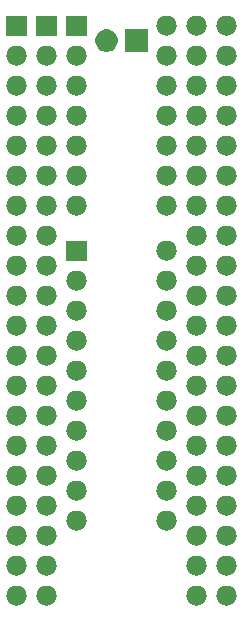
<source format=gbs>
G04 #@! TF.GenerationSoftware,KiCad,Pcbnew,(5.1.2-1)-1*
G04 #@! TF.CreationDate,2023-07-30T19:37:46+02:00*
G04 #@! TF.ProjectId,816to02,38313674-6f30-4322-9e6b-696361645f70,rev?*
G04 #@! TF.SameCoordinates,Original*
G04 #@! TF.FileFunction,Soldermask,Bot*
G04 #@! TF.FilePolarity,Negative*
%FSLAX46Y46*%
G04 Gerber Fmt 4.6, Leading zero omitted, Abs format (unit mm)*
G04 Created by KiCad (PCBNEW (5.1.2-1)-1) date 2023-07-30 19:37:46*
%MOMM*%
%LPD*%
G04 APERTURE LIST*
%ADD10C,0.100000*%
G04 APERTURE END LIST*
D10*
G36*
X36361823Y-71551313D02*
G01*
X36522242Y-71599976D01*
X36654906Y-71670886D01*
X36670078Y-71678996D01*
X36799659Y-71785341D01*
X36906004Y-71914922D01*
X36906005Y-71914924D01*
X36985024Y-72062758D01*
X37033687Y-72223177D01*
X37050117Y-72390000D01*
X37033687Y-72556823D01*
X36985024Y-72717242D01*
X36914114Y-72849906D01*
X36906004Y-72865078D01*
X36799659Y-72994659D01*
X36670078Y-73101004D01*
X36670076Y-73101005D01*
X36522242Y-73180024D01*
X36361823Y-73228687D01*
X36236804Y-73241000D01*
X36153196Y-73241000D01*
X36028177Y-73228687D01*
X35867758Y-73180024D01*
X35719924Y-73101005D01*
X35719922Y-73101004D01*
X35590341Y-72994659D01*
X35483996Y-72865078D01*
X35475886Y-72849906D01*
X35404976Y-72717242D01*
X35356313Y-72556823D01*
X35339883Y-72390000D01*
X35356313Y-72223177D01*
X35404976Y-72062758D01*
X35483995Y-71914924D01*
X35483996Y-71914922D01*
X35590341Y-71785341D01*
X35719922Y-71678996D01*
X35735094Y-71670886D01*
X35867758Y-71599976D01*
X36028177Y-71551313D01*
X36153196Y-71539000D01*
X36236804Y-71539000D01*
X36361823Y-71551313D01*
X36361823Y-71551313D01*
G37*
G36*
X33821823Y-71551313D02*
G01*
X33982242Y-71599976D01*
X34114906Y-71670886D01*
X34130078Y-71678996D01*
X34259659Y-71785341D01*
X34366004Y-71914922D01*
X34366005Y-71914924D01*
X34445024Y-72062758D01*
X34493687Y-72223177D01*
X34510117Y-72390000D01*
X34493687Y-72556823D01*
X34445024Y-72717242D01*
X34374114Y-72849906D01*
X34366004Y-72865078D01*
X34259659Y-72994659D01*
X34130078Y-73101004D01*
X34130076Y-73101005D01*
X33982242Y-73180024D01*
X33821823Y-73228687D01*
X33696804Y-73241000D01*
X33613196Y-73241000D01*
X33488177Y-73228687D01*
X33327758Y-73180024D01*
X33179924Y-73101005D01*
X33179922Y-73101004D01*
X33050341Y-72994659D01*
X32943996Y-72865078D01*
X32935886Y-72849906D01*
X32864976Y-72717242D01*
X32816313Y-72556823D01*
X32799883Y-72390000D01*
X32816313Y-72223177D01*
X32864976Y-72062758D01*
X32943995Y-71914924D01*
X32943996Y-71914922D01*
X33050341Y-71785341D01*
X33179922Y-71678996D01*
X33195094Y-71670886D01*
X33327758Y-71599976D01*
X33488177Y-71551313D01*
X33613196Y-71539000D01*
X33696804Y-71539000D01*
X33821823Y-71551313D01*
X33821823Y-71551313D01*
G37*
G36*
X21121823Y-71551313D02*
G01*
X21282242Y-71599976D01*
X21414906Y-71670886D01*
X21430078Y-71678996D01*
X21559659Y-71785341D01*
X21666004Y-71914922D01*
X21666005Y-71914924D01*
X21745024Y-72062758D01*
X21793687Y-72223177D01*
X21810117Y-72390000D01*
X21793687Y-72556823D01*
X21745024Y-72717242D01*
X21674114Y-72849906D01*
X21666004Y-72865078D01*
X21559659Y-72994659D01*
X21430078Y-73101004D01*
X21430076Y-73101005D01*
X21282242Y-73180024D01*
X21121823Y-73228687D01*
X20996804Y-73241000D01*
X20913196Y-73241000D01*
X20788177Y-73228687D01*
X20627758Y-73180024D01*
X20479924Y-73101005D01*
X20479922Y-73101004D01*
X20350341Y-72994659D01*
X20243996Y-72865078D01*
X20235886Y-72849906D01*
X20164976Y-72717242D01*
X20116313Y-72556823D01*
X20099883Y-72390000D01*
X20116313Y-72223177D01*
X20164976Y-72062758D01*
X20243995Y-71914924D01*
X20243996Y-71914922D01*
X20350341Y-71785341D01*
X20479922Y-71678996D01*
X20495094Y-71670886D01*
X20627758Y-71599976D01*
X20788177Y-71551313D01*
X20913196Y-71539000D01*
X20996804Y-71539000D01*
X21121823Y-71551313D01*
X21121823Y-71551313D01*
G37*
G36*
X18581823Y-71551313D02*
G01*
X18742242Y-71599976D01*
X18874906Y-71670886D01*
X18890078Y-71678996D01*
X19019659Y-71785341D01*
X19126004Y-71914922D01*
X19126005Y-71914924D01*
X19205024Y-72062758D01*
X19253687Y-72223177D01*
X19270117Y-72390000D01*
X19253687Y-72556823D01*
X19205024Y-72717242D01*
X19134114Y-72849906D01*
X19126004Y-72865078D01*
X19019659Y-72994659D01*
X18890078Y-73101004D01*
X18890076Y-73101005D01*
X18742242Y-73180024D01*
X18581823Y-73228687D01*
X18456804Y-73241000D01*
X18373196Y-73241000D01*
X18248177Y-73228687D01*
X18087758Y-73180024D01*
X17939924Y-73101005D01*
X17939922Y-73101004D01*
X17810341Y-72994659D01*
X17703996Y-72865078D01*
X17695886Y-72849906D01*
X17624976Y-72717242D01*
X17576313Y-72556823D01*
X17559883Y-72390000D01*
X17576313Y-72223177D01*
X17624976Y-72062758D01*
X17703995Y-71914924D01*
X17703996Y-71914922D01*
X17810341Y-71785341D01*
X17939922Y-71678996D01*
X17955094Y-71670886D01*
X18087758Y-71599976D01*
X18248177Y-71551313D01*
X18373196Y-71539000D01*
X18456804Y-71539000D01*
X18581823Y-71551313D01*
X18581823Y-71551313D01*
G37*
G36*
X21121823Y-69011313D02*
G01*
X21282242Y-69059976D01*
X21414906Y-69130886D01*
X21430078Y-69138996D01*
X21559659Y-69245341D01*
X21666004Y-69374922D01*
X21666005Y-69374924D01*
X21745024Y-69522758D01*
X21793687Y-69683177D01*
X21810117Y-69850000D01*
X21793687Y-70016823D01*
X21745024Y-70177242D01*
X21674114Y-70309906D01*
X21666004Y-70325078D01*
X21559659Y-70454659D01*
X21430078Y-70561004D01*
X21430076Y-70561005D01*
X21282242Y-70640024D01*
X21121823Y-70688687D01*
X20996804Y-70701000D01*
X20913196Y-70701000D01*
X20788177Y-70688687D01*
X20627758Y-70640024D01*
X20479924Y-70561005D01*
X20479922Y-70561004D01*
X20350341Y-70454659D01*
X20243996Y-70325078D01*
X20235886Y-70309906D01*
X20164976Y-70177242D01*
X20116313Y-70016823D01*
X20099883Y-69850000D01*
X20116313Y-69683177D01*
X20164976Y-69522758D01*
X20243995Y-69374924D01*
X20243996Y-69374922D01*
X20350341Y-69245341D01*
X20479922Y-69138996D01*
X20495094Y-69130886D01*
X20627758Y-69059976D01*
X20788177Y-69011313D01*
X20913196Y-68999000D01*
X20996804Y-68999000D01*
X21121823Y-69011313D01*
X21121823Y-69011313D01*
G37*
G36*
X36361823Y-69011313D02*
G01*
X36522242Y-69059976D01*
X36654906Y-69130886D01*
X36670078Y-69138996D01*
X36799659Y-69245341D01*
X36906004Y-69374922D01*
X36906005Y-69374924D01*
X36985024Y-69522758D01*
X37033687Y-69683177D01*
X37050117Y-69850000D01*
X37033687Y-70016823D01*
X36985024Y-70177242D01*
X36914114Y-70309906D01*
X36906004Y-70325078D01*
X36799659Y-70454659D01*
X36670078Y-70561004D01*
X36670076Y-70561005D01*
X36522242Y-70640024D01*
X36361823Y-70688687D01*
X36236804Y-70701000D01*
X36153196Y-70701000D01*
X36028177Y-70688687D01*
X35867758Y-70640024D01*
X35719924Y-70561005D01*
X35719922Y-70561004D01*
X35590341Y-70454659D01*
X35483996Y-70325078D01*
X35475886Y-70309906D01*
X35404976Y-70177242D01*
X35356313Y-70016823D01*
X35339883Y-69850000D01*
X35356313Y-69683177D01*
X35404976Y-69522758D01*
X35483995Y-69374924D01*
X35483996Y-69374922D01*
X35590341Y-69245341D01*
X35719922Y-69138996D01*
X35735094Y-69130886D01*
X35867758Y-69059976D01*
X36028177Y-69011313D01*
X36153196Y-68999000D01*
X36236804Y-68999000D01*
X36361823Y-69011313D01*
X36361823Y-69011313D01*
G37*
G36*
X33821823Y-69011313D02*
G01*
X33982242Y-69059976D01*
X34114906Y-69130886D01*
X34130078Y-69138996D01*
X34259659Y-69245341D01*
X34366004Y-69374922D01*
X34366005Y-69374924D01*
X34445024Y-69522758D01*
X34493687Y-69683177D01*
X34510117Y-69850000D01*
X34493687Y-70016823D01*
X34445024Y-70177242D01*
X34374114Y-70309906D01*
X34366004Y-70325078D01*
X34259659Y-70454659D01*
X34130078Y-70561004D01*
X34130076Y-70561005D01*
X33982242Y-70640024D01*
X33821823Y-70688687D01*
X33696804Y-70701000D01*
X33613196Y-70701000D01*
X33488177Y-70688687D01*
X33327758Y-70640024D01*
X33179924Y-70561005D01*
X33179922Y-70561004D01*
X33050341Y-70454659D01*
X32943996Y-70325078D01*
X32935886Y-70309906D01*
X32864976Y-70177242D01*
X32816313Y-70016823D01*
X32799883Y-69850000D01*
X32816313Y-69683177D01*
X32864976Y-69522758D01*
X32943995Y-69374924D01*
X32943996Y-69374922D01*
X33050341Y-69245341D01*
X33179922Y-69138996D01*
X33195094Y-69130886D01*
X33327758Y-69059976D01*
X33488177Y-69011313D01*
X33613196Y-68999000D01*
X33696804Y-68999000D01*
X33821823Y-69011313D01*
X33821823Y-69011313D01*
G37*
G36*
X18581823Y-69011313D02*
G01*
X18742242Y-69059976D01*
X18874906Y-69130886D01*
X18890078Y-69138996D01*
X19019659Y-69245341D01*
X19126004Y-69374922D01*
X19126005Y-69374924D01*
X19205024Y-69522758D01*
X19253687Y-69683177D01*
X19270117Y-69850000D01*
X19253687Y-70016823D01*
X19205024Y-70177242D01*
X19134114Y-70309906D01*
X19126004Y-70325078D01*
X19019659Y-70454659D01*
X18890078Y-70561004D01*
X18890076Y-70561005D01*
X18742242Y-70640024D01*
X18581823Y-70688687D01*
X18456804Y-70701000D01*
X18373196Y-70701000D01*
X18248177Y-70688687D01*
X18087758Y-70640024D01*
X17939924Y-70561005D01*
X17939922Y-70561004D01*
X17810341Y-70454659D01*
X17703996Y-70325078D01*
X17695886Y-70309906D01*
X17624976Y-70177242D01*
X17576313Y-70016823D01*
X17559883Y-69850000D01*
X17576313Y-69683177D01*
X17624976Y-69522758D01*
X17703995Y-69374924D01*
X17703996Y-69374922D01*
X17810341Y-69245341D01*
X17939922Y-69138996D01*
X17955094Y-69130886D01*
X18087758Y-69059976D01*
X18248177Y-69011313D01*
X18373196Y-68999000D01*
X18456804Y-68999000D01*
X18581823Y-69011313D01*
X18581823Y-69011313D01*
G37*
G36*
X36361823Y-66471313D02*
G01*
X36522242Y-66519976D01*
X36654906Y-66590886D01*
X36670078Y-66598996D01*
X36799659Y-66705341D01*
X36906004Y-66834922D01*
X36906005Y-66834924D01*
X36985024Y-66982758D01*
X37033687Y-67143177D01*
X37050117Y-67310000D01*
X37033687Y-67476823D01*
X36985024Y-67637242D01*
X36914114Y-67769906D01*
X36906004Y-67785078D01*
X36799659Y-67914659D01*
X36670078Y-68021004D01*
X36670076Y-68021005D01*
X36522242Y-68100024D01*
X36361823Y-68148687D01*
X36236804Y-68161000D01*
X36153196Y-68161000D01*
X36028177Y-68148687D01*
X35867758Y-68100024D01*
X35719924Y-68021005D01*
X35719922Y-68021004D01*
X35590341Y-67914659D01*
X35483996Y-67785078D01*
X35475886Y-67769906D01*
X35404976Y-67637242D01*
X35356313Y-67476823D01*
X35339883Y-67310000D01*
X35356313Y-67143177D01*
X35404976Y-66982758D01*
X35483995Y-66834924D01*
X35483996Y-66834922D01*
X35590341Y-66705341D01*
X35719922Y-66598996D01*
X35735094Y-66590886D01*
X35867758Y-66519976D01*
X36028177Y-66471313D01*
X36153196Y-66459000D01*
X36236804Y-66459000D01*
X36361823Y-66471313D01*
X36361823Y-66471313D01*
G37*
G36*
X21121823Y-66471313D02*
G01*
X21282242Y-66519976D01*
X21414906Y-66590886D01*
X21430078Y-66598996D01*
X21559659Y-66705341D01*
X21666004Y-66834922D01*
X21666005Y-66834924D01*
X21745024Y-66982758D01*
X21793687Y-67143177D01*
X21810117Y-67310000D01*
X21793687Y-67476823D01*
X21745024Y-67637242D01*
X21674114Y-67769906D01*
X21666004Y-67785078D01*
X21559659Y-67914659D01*
X21430078Y-68021004D01*
X21430076Y-68021005D01*
X21282242Y-68100024D01*
X21121823Y-68148687D01*
X20996804Y-68161000D01*
X20913196Y-68161000D01*
X20788177Y-68148687D01*
X20627758Y-68100024D01*
X20479924Y-68021005D01*
X20479922Y-68021004D01*
X20350341Y-67914659D01*
X20243996Y-67785078D01*
X20235886Y-67769906D01*
X20164976Y-67637242D01*
X20116313Y-67476823D01*
X20099883Y-67310000D01*
X20116313Y-67143177D01*
X20164976Y-66982758D01*
X20243995Y-66834924D01*
X20243996Y-66834922D01*
X20350341Y-66705341D01*
X20479922Y-66598996D01*
X20495094Y-66590886D01*
X20627758Y-66519976D01*
X20788177Y-66471313D01*
X20913196Y-66459000D01*
X20996804Y-66459000D01*
X21121823Y-66471313D01*
X21121823Y-66471313D01*
G37*
G36*
X33821823Y-66471313D02*
G01*
X33982242Y-66519976D01*
X34114906Y-66590886D01*
X34130078Y-66598996D01*
X34259659Y-66705341D01*
X34366004Y-66834922D01*
X34366005Y-66834924D01*
X34445024Y-66982758D01*
X34493687Y-67143177D01*
X34510117Y-67310000D01*
X34493687Y-67476823D01*
X34445024Y-67637242D01*
X34374114Y-67769906D01*
X34366004Y-67785078D01*
X34259659Y-67914659D01*
X34130078Y-68021004D01*
X34130076Y-68021005D01*
X33982242Y-68100024D01*
X33821823Y-68148687D01*
X33696804Y-68161000D01*
X33613196Y-68161000D01*
X33488177Y-68148687D01*
X33327758Y-68100024D01*
X33179924Y-68021005D01*
X33179922Y-68021004D01*
X33050341Y-67914659D01*
X32943996Y-67785078D01*
X32935886Y-67769906D01*
X32864976Y-67637242D01*
X32816313Y-67476823D01*
X32799883Y-67310000D01*
X32816313Y-67143177D01*
X32864976Y-66982758D01*
X32943995Y-66834924D01*
X32943996Y-66834922D01*
X33050341Y-66705341D01*
X33179922Y-66598996D01*
X33195094Y-66590886D01*
X33327758Y-66519976D01*
X33488177Y-66471313D01*
X33613196Y-66459000D01*
X33696804Y-66459000D01*
X33821823Y-66471313D01*
X33821823Y-66471313D01*
G37*
G36*
X18581823Y-66471313D02*
G01*
X18742242Y-66519976D01*
X18874906Y-66590886D01*
X18890078Y-66598996D01*
X19019659Y-66705341D01*
X19126004Y-66834922D01*
X19126005Y-66834924D01*
X19205024Y-66982758D01*
X19253687Y-67143177D01*
X19270117Y-67310000D01*
X19253687Y-67476823D01*
X19205024Y-67637242D01*
X19134114Y-67769906D01*
X19126004Y-67785078D01*
X19019659Y-67914659D01*
X18890078Y-68021004D01*
X18890076Y-68021005D01*
X18742242Y-68100024D01*
X18581823Y-68148687D01*
X18456804Y-68161000D01*
X18373196Y-68161000D01*
X18248177Y-68148687D01*
X18087758Y-68100024D01*
X17939924Y-68021005D01*
X17939922Y-68021004D01*
X17810341Y-67914659D01*
X17703996Y-67785078D01*
X17695886Y-67769906D01*
X17624976Y-67637242D01*
X17576313Y-67476823D01*
X17559883Y-67310000D01*
X17576313Y-67143177D01*
X17624976Y-66982758D01*
X17703995Y-66834924D01*
X17703996Y-66834922D01*
X17810341Y-66705341D01*
X17939922Y-66598996D01*
X17955094Y-66590886D01*
X18087758Y-66519976D01*
X18248177Y-66471313D01*
X18373196Y-66459000D01*
X18456804Y-66459000D01*
X18581823Y-66471313D01*
X18581823Y-66471313D01*
G37*
G36*
X31281823Y-65201313D02*
G01*
X31442242Y-65249976D01*
X31574906Y-65320886D01*
X31590078Y-65328996D01*
X31719659Y-65435341D01*
X31826004Y-65564922D01*
X31826005Y-65564924D01*
X31905024Y-65712758D01*
X31953687Y-65873177D01*
X31970117Y-66040000D01*
X31953687Y-66206823D01*
X31905024Y-66367242D01*
X31855978Y-66459000D01*
X31826004Y-66515078D01*
X31719659Y-66644659D01*
X31590078Y-66751004D01*
X31590076Y-66751005D01*
X31442242Y-66830024D01*
X31281823Y-66878687D01*
X31156804Y-66891000D01*
X31073196Y-66891000D01*
X30948177Y-66878687D01*
X30787758Y-66830024D01*
X30639924Y-66751005D01*
X30639922Y-66751004D01*
X30510341Y-66644659D01*
X30403996Y-66515078D01*
X30374022Y-66459000D01*
X30324976Y-66367242D01*
X30276313Y-66206823D01*
X30259883Y-66040000D01*
X30276313Y-65873177D01*
X30324976Y-65712758D01*
X30403995Y-65564924D01*
X30403996Y-65564922D01*
X30510341Y-65435341D01*
X30639922Y-65328996D01*
X30655094Y-65320886D01*
X30787758Y-65249976D01*
X30948177Y-65201313D01*
X31073196Y-65189000D01*
X31156804Y-65189000D01*
X31281823Y-65201313D01*
X31281823Y-65201313D01*
G37*
G36*
X23661823Y-65201313D02*
G01*
X23822242Y-65249976D01*
X23954906Y-65320886D01*
X23970078Y-65328996D01*
X24099659Y-65435341D01*
X24206004Y-65564922D01*
X24206005Y-65564924D01*
X24285024Y-65712758D01*
X24333687Y-65873177D01*
X24350117Y-66040000D01*
X24333687Y-66206823D01*
X24285024Y-66367242D01*
X24235978Y-66459000D01*
X24206004Y-66515078D01*
X24099659Y-66644659D01*
X23970078Y-66751004D01*
X23970076Y-66751005D01*
X23822242Y-66830024D01*
X23661823Y-66878687D01*
X23536804Y-66891000D01*
X23453196Y-66891000D01*
X23328177Y-66878687D01*
X23167758Y-66830024D01*
X23019924Y-66751005D01*
X23019922Y-66751004D01*
X22890341Y-66644659D01*
X22783996Y-66515078D01*
X22754022Y-66459000D01*
X22704976Y-66367242D01*
X22656313Y-66206823D01*
X22639883Y-66040000D01*
X22656313Y-65873177D01*
X22704976Y-65712758D01*
X22783995Y-65564924D01*
X22783996Y-65564922D01*
X22890341Y-65435341D01*
X23019922Y-65328996D01*
X23035094Y-65320886D01*
X23167758Y-65249976D01*
X23328177Y-65201313D01*
X23453196Y-65189000D01*
X23536804Y-65189000D01*
X23661823Y-65201313D01*
X23661823Y-65201313D01*
G37*
G36*
X18581823Y-63931313D02*
G01*
X18742242Y-63979976D01*
X18874906Y-64050886D01*
X18890078Y-64058996D01*
X19019659Y-64165341D01*
X19126004Y-64294922D01*
X19126005Y-64294924D01*
X19205024Y-64442758D01*
X19253687Y-64603177D01*
X19270117Y-64770000D01*
X19253687Y-64936823D01*
X19205024Y-65097242D01*
X19155978Y-65189000D01*
X19126004Y-65245078D01*
X19019659Y-65374659D01*
X18890078Y-65481004D01*
X18890076Y-65481005D01*
X18742242Y-65560024D01*
X18581823Y-65608687D01*
X18456804Y-65621000D01*
X18373196Y-65621000D01*
X18248177Y-65608687D01*
X18087758Y-65560024D01*
X17939924Y-65481005D01*
X17939922Y-65481004D01*
X17810341Y-65374659D01*
X17703996Y-65245078D01*
X17674022Y-65189000D01*
X17624976Y-65097242D01*
X17576313Y-64936823D01*
X17559883Y-64770000D01*
X17576313Y-64603177D01*
X17624976Y-64442758D01*
X17703995Y-64294924D01*
X17703996Y-64294922D01*
X17810341Y-64165341D01*
X17939922Y-64058996D01*
X17955094Y-64050886D01*
X18087758Y-63979976D01*
X18248177Y-63931313D01*
X18373196Y-63919000D01*
X18456804Y-63919000D01*
X18581823Y-63931313D01*
X18581823Y-63931313D01*
G37*
G36*
X33821823Y-63931313D02*
G01*
X33982242Y-63979976D01*
X34114906Y-64050886D01*
X34130078Y-64058996D01*
X34259659Y-64165341D01*
X34366004Y-64294922D01*
X34366005Y-64294924D01*
X34445024Y-64442758D01*
X34493687Y-64603177D01*
X34510117Y-64770000D01*
X34493687Y-64936823D01*
X34445024Y-65097242D01*
X34395978Y-65189000D01*
X34366004Y-65245078D01*
X34259659Y-65374659D01*
X34130078Y-65481004D01*
X34130076Y-65481005D01*
X33982242Y-65560024D01*
X33821823Y-65608687D01*
X33696804Y-65621000D01*
X33613196Y-65621000D01*
X33488177Y-65608687D01*
X33327758Y-65560024D01*
X33179924Y-65481005D01*
X33179922Y-65481004D01*
X33050341Y-65374659D01*
X32943996Y-65245078D01*
X32914022Y-65189000D01*
X32864976Y-65097242D01*
X32816313Y-64936823D01*
X32799883Y-64770000D01*
X32816313Y-64603177D01*
X32864976Y-64442758D01*
X32943995Y-64294924D01*
X32943996Y-64294922D01*
X33050341Y-64165341D01*
X33179922Y-64058996D01*
X33195094Y-64050886D01*
X33327758Y-63979976D01*
X33488177Y-63931313D01*
X33613196Y-63919000D01*
X33696804Y-63919000D01*
X33821823Y-63931313D01*
X33821823Y-63931313D01*
G37*
G36*
X36361823Y-63931313D02*
G01*
X36522242Y-63979976D01*
X36654906Y-64050886D01*
X36670078Y-64058996D01*
X36799659Y-64165341D01*
X36906004Y-64294922D01*
X36906005Y-64294924D01*
X36985024Y-64442758D01*
X37033687Y-64603177D01*
X37050117Y-64770000D01*
X37033687Y-64936823D01*
X36985024Y-65097242D01*
X36935978Y-65189000D01*
X36906004Y-65245078D01*
X36799659Y-65374659D01*
X36670078Y-65481004D01*
X36670076Y-65481005D01*
X36522242Y-65560024D01*
X36361823Y-65608687D01*
X36236804Y-65621000D01*
X36153196Y-65621000D01*
X36028177Y-65608687D01*
X35867758Y-65560024D01*
X35719924Y-65481005D01*
X35719922Y-65481004D01*
X35590341Y-65374659D01*
X35483996Y-65245078D01*
X35454022Y-65189000D01*
X35404976Y-65097242D01*
X35356313Y-64936823D01*
X35339883Y-64770000D01*
X35356313Y-64603177D01*
X35404976Y-64442758D01*
X35483995Y-64294924D01*
X35483996Y-64294922D01*
X35590341Y-64165341D01*
X35719922Y-64058996D01*
X35735094Y-64050886D01*
X35867758Y-63979976D01*
X36028177Y-63931313D01*
X36153196Y-63919000D01*
X36236804Y-63919000D01*
X36361823Y-63931313D01*
X36361823Y-63931313D01*
G37*
G36*
X21121823Y-63931313D02*
G01*
X21282242Y-63979976D01*
X21414906Y-64050886D01*
X21430078Y-64058996D01*
X21559659Y-64165341D01*
X21666004Y-64294922D01*
X21666005Y-64294924D01*
X21745024Y-64442758D01*
X21793687Y-64603177D01*
X21810117Y-64770000D01*
X21793687Y-64936823D01*
X21745024Y-65097242D01*
X21695978Y-65189000D01*
X21666004Y-65245078D01*
X21559659Y-65374659D01*
X21430078Y-65481004D01*
X21430076Y-65481005D01*
X21282242Y-65560024D01*
X21121823Y-65608687D01*
X20996804Y-65621000D01*
X20913196Y-65621000D01*
X20788177Y-65608687D01*
X20627758Y-65560024D01*
X20479924Y-65481005D01*
X20479922Y-65481004D01*
X20350341Y-65374659D01*
X20243996Y-65245078D01*
X20214022Y-65189000D01*
X20164976Y-65097242D01*
X20116313Y-64936823D01*
X20099883Y-64770000D01*
X20116313Y-64603177D01*
X20164976Y-64442758D01*
X20243995Y-64294924D01*
X20243996Y-64294922D01*
X20350341Y-64165341D01*
X20479922Y-64058996D01*
X20495094Y-64050886D01*
X20627758Y-63979976D01*
X20788177Y-63931313D01*
X20913196Y-63919000D01*
X20996804Y-63919000D01*
X21121823Y-63931313D01*
X21121823Y-63931313D01*
G37*
G36*
X23661823Y-62661313D02*
G01*
X23822242Y-62709976D01*
X23954906Y-62780886D01*
X23970078Y-62788996D01*
X24099659Y-62895341D01*
X24206004Y-63024922D01*
X24206005Y-63024924D01*
X24285024Y-63172758D01*
X24333687Y-63333177D01*
X24350117Y-63500000D01*
X24333687Y-63666823D01*
X24285024Y-63827242D01*
X24235978Y-63919000D01*
X24206004Y-63975078D01*
X24099659Y-64104659D01*
X23970078Y-64211004D01*
X23970076Y-64211005D01*
X23822242Y-64290024D01*
X23661823Y-64338687D01*
X23536804Y-64351000D01*
X23453196Y-64351000D01*
X23328177Y-64338687D01*
X23167758Y-64290024D01*
X23019924Y-64211005D01*
X23019922Y-64211004D01*
X22890341Y-64104659D01*
X22783996Y-63975078D01*
X22754022Y-63919000D01*
X22704976Y-63827242D01*
X22656313Y-63666823D01*
X22639883Y-63500000D01*
X22656313Y-63333177D01*
X22704976Y-63172758D01*
X22783995Y-63024924D01*
X22783996Y-63024922D01*
X22890341Y-62895341D01*
X23019922Y-62788996D01*
X23035094Y-62780886D01*
X23167758Y-62709976D01*
X23328177Y-62661313D01*
X23453196Y-62649000D01*
X23536804Y-62649000D01*
X23661823Y-62661313D01*
X23661823Y-62661313D01*
G37*
G36*
X31281823Y-62661313D02*
G01*
X31442242Y-62709976D01*
X31574906Y-62780886D01*
X31590078Y-62788996D01*
X31719659Y-62895341D01*
X31826004Y-63024922D01*
X31826005Y-63024924D01*
X31905024Y-63172758D01*
X31953687Y-63333177D01*
X31970117Y-63500000D01*
X31953687Y-63666823D01*
X31905024Y-63827242D01*
X31855978Y-63919000D01*
X31826004Y-63975078D01*
X31719659Y-64104659D01*
X31590078Y-64211004D01*
X31590076Y-64211005D01*
X31442242Y-64290024D01*
X31281823Y-64338687D01*
X31156804Y-64351000D01*
X31073196Y-64351000D01*
X30948177Y-64338687D01*
X30787758Y-64290024D01*
X30639924Y-64211005D01*
X30639922Y-64211004D01*
X30510341Y-64104659D01*
X30403996Y-63975078D01*
X30374022Y-63919000D01*
X30324976Y-63827242D01*
X30276313Y-63666823D01*
X30259883Y-63500000D01*
X30276313Y-63333177D01*
X30324976Y-63172758D01*
X30403995Y-63024924D01*
X30403996Y-63024922D01*
X30510341Y-62895341D01*
X30639922Y-62788996D01*
X30655094Y-62780886D01*
X30787758Y-62709976D01*
X30948177Y-62661313D01*
X31073196Y-62649000D01*
X31156804Y-62649000D01*
X31281823Y-62661313D01*
X31281823Y-62661313D01*
G37*
G36*
X33821823Y-61391313D02*
G01*
X33982242Y-61439976D01*
X34114906Y-61510886D01*
X34130078Y-61518996D01*
X34259659Y-61625341D01*
X34366004Y-61754922D01*
X34366005Y-61754924D01*
X34445024Y-61902758D01*
X34493687Y-62063177D01*
X34510117Y-62230000D01*
X34493687Y-62396823D01*
X34445024Y-62557242D01*
X34395978Y-62649000D01*
X34366004Y-62705078D01*
X34259659Y-62834659D01*
X34130078Y-62941004D01*
X34130076Y-62941005D01*
X33982242Y-63020024D01*
X33821823Y-63068687D01*
X33696804Y-63081000D01*
X33613196Y-63081000D01*
X33488177Y-63068687D01*
X33327758Y-63020024D01*
X33179924Y-62941005D01*
X33179922Y-62941004D01*
X33050341Y-62834659D01*
X32943996Y-62705078D01*
X32914022Y-62649000D01*
X32864976Y-62557242D01*
X32816313Y-62396823D01*
X32799883Y-62230000D01*
X32816313Y-62063177D01*
X32864976Y-61902758D01*
X32943995Y-61754924D01*
X32943996Y-61754922D01*
X33050341Y-61625341D01*
X33179922Y-61518996D01*
X33195094Y-61510886D01*
X33327758Y-61439976D01*
X33488177Y-61391313D01*
X33613196Y-61379000D01*
X33696804Y-61379000D01*
X33821823Y-61391313D01*
X33821823Y-61391313D01*
G37*
G36*
X18581823Y-61391313D02*
G01*
X18742242Y-61439976D01*
X18874906Y-61510886D01*
X18890078Y-61518996D01*
X19019659Y-61625341D01*
X19126004Y-61754922D01*
X19126005Y-61754924D01*
X19205024Y-61902758D01*
X19253687Y-62063177D01*
X19270117Y-62230000D01*
X19253687Y-62396823D01*
X19205024Y-62557242D01*
X19155978Y-62649000D01*
X19126004Y-62705078D01*
X19019659Y-62834659D01*
X18890078Y-62941004D01*
X18890076Y-62941005D01*
X18742242Y-63020024D01*
X18581823Y-63068687D01*
X18456804Y-63081000D01*
X18373196Y-63081000D01*
X18248177Y-63068687D01*
X18087758Y-63020024D01*
X17939924Y-62941005D01*
X17939922Y-62941004D01*
X17810341Y-62834659D01*
X17703996Y-62705078D01*
X17674022Y-62649000D01*
X17624976Y-62557242D01*
X17576313Y-62396823D01*
X17559883Y-62230000D01*
X17576313Y-62063177D01*
X17624976Y-61902758D01*
X17703995Y-61754924D01*
X17703996Y-61754922D01*
X17810341Y-61625341D01*
X17939922Y-61518996D01*
X17955094Y-61510886D01*
X18087758Y-61439976D01*
X18248177Y-61391313D01*
X18373196Y-61379000D01*
X18456804Y-61379000D01*
X18581823Y-61391313D01*
X18581823Y-61391313D01*
G37*
G36*
X36361823Y-61391313D02*
G01*
X36522242Y-61439976D01*
X36654906Y-61510886D01*
X36670078Y-61518996D01*
X36799659Y-61625341D01*
X36906004Y-61754922D01*
X36906005Y-61754924D01*
X36985024Y-61902758D01*
X37033687Y-62063177D01*
X37050117Y-62230000D01*
X37033687Y-62396823D01*
X36985024Y-62557242D01*
X36935978Y-62649000D01*
X36906004Y-62705078D01*
X36799659Y-62834659D01*
X36670078Y-62941004D01*
X36670076Y-62941005D01*
X36522242Y-63020024D01*
X36361823Y-63068687D01*
X36236804Y-63081000D01*
X36153196Y-63081000D01*
X36028177Y-63068687D01*
X35867758Y-63020024D01*
X35719924Y-62941005D01*
X35719922Y-62941004D01*
X35590341Y-62834659D01*
X35483996Y-62705078D01*
X35454022Y-62649000D01*
X35404976Y-62557242D01*
X35356313Y-62396823D01*
X35339883Y-62230000D01*
X35356313Y-62063177D01*
X35404976Y-61902758D01*
X35483995Y-61754924D01*
X35483996Y-61754922D01*
X35590341Y-61625341D01*
X35719922Y-61518996D01*
X35735094Y-61510886D01*
X35867758Y-61439976D01*
X36028177Y-61391313D01*
X36153196Y-61379000D01*
X36236804Y-61379000D01*
X36361823Y-61391313D01*
X36361823Y-61391313D01*
G37*
G36*
X21121823Y-61391313D02*
G01*
X21282242Y-61439976D01*
X21414906Y-61510886D01*
X21430078Y-61518996D01*
X21559659Y-61625341D01*
X21666004Y-61754922D01*
X21666005Y-61754924D01*
X21745024Y-61902758D01*
X21793687Y-62063177D01*
X21810117Y-62230000D01*
X21793687Y-62396823D01*
X21745024Y-62557242D01*
X21695978Y-62649000D01*
X21666004Y-62705078D01*
X21559659Y-62834659D01*
X21430078Y-62941004D01*
X21430076Y-62941005D01*
X21282242Y-63020024D01*
X21121823Y-63068687D01*
X20996804Y-63081000D01*
X20913196Y-63081000D01*
X20788177Y-63068687D01*
X20627758Y-63020024D01*
X20479924Y-62941005D01*
X20479922Y-62941004D01*
X20350341Y-62834659D01*
X20243996Y-62705078D01*
X20214022Y-62649000D01*
X20164976Y-62557242D01*
X20116313Y-62396823D01*
X20099883Y-62230000D01*
X20116313Y-62063177D01*
X20164976Y-61902758D01*
X20243995Y-61754924D01*
X20243996Y-61754922D01*
X20350341Y-61625341D01*
X20479922Y-61518996D01*
X20495094Y-61510886D01*
X20627758Y-61439976D01*
X20788177Y-61391313D01*
X20913196Y-61379000D01*
X20996804Y-61379000D01*
X21121823Y-61391313D01*
X21121823Y-61391313D01*
G37*
G36*
X23661823Y-60121313D02*
G01*
X23822242Y-60169976D01*
X23954906Y-60240886D01*
X23970078Y-60248996D01*
X24099659Y-60355341D01*
X24206004Y-60484922D01*
X24206005Y-60484924D01*
X24285024Y-60632758D01*
X24333687Y-60793177D01*
X24350117Y-60960000D01*
X24333687Y-61126823D01*
X24285024Y-61287242D01*
X24235978Y-61379000D01*
X24206004Y-61435078D01*
X24099659Y-61564659D01*
X23970078Y-61671004D01*
X23970076Y-61671005D01*
X23822242Y-61750024D01*
X23661823Y-61798687D01*
X23536804Y-61811000D01*
X23453196Y-61811000D01*
X23328177Y-61798687D01*
X23167758Y-61750024D01*
X23019924Y-61671005D01*
X23019922Y-61671004D01*
X22890341Y-61564659D01*
X22783996Y-61435078D01*
X22754022Y-61379000D01*
X22704976Y-61287242D01*
X22656313Y-61126823D01*
X22639883Y-60960000D01*
X22656313Y-60793177D01*
X22704976Y-60632758D01*
X22783995Y-60484924D01*
X22783996Y-60484922D01*
X22890341Y-60355341D01*
X23019922Y-60248996D01*
X23035094Y-60240886D01*
X23167758Y-60169976D01*
X23328177Y-60121313D01*
X23453196Y-60109000D01*
X23536804Y-60109000D01*
X23661823Y-60121313D01*
X23661823Y-60121313D01*
G37*
G36*
X31281823Y-60121313D02*
G01*
X31442242Y-60169976D01*
X31574906Y-60240886D01*
X31590078Y-60248996D01*
X31719659Y-60355341D01*
X31826004Y-60484922D01*
X31826005Y-60484924D01*
X31905024Y-60632758D01*
X31953687Y-60793177D01*
X31970117Y-60960000D01*
X31953687Y-61126823D01*
X31905024Y-61287242D01*
X31855978Y-61379000D01*
X31826004Y-61435078D01*
X31719659Y-61564659D01*
X31590078Y-61671004D01*
X31590076Y-61671005D01*
X31442242Y-61750024D01*
X31281823Y-61798687D01*
X31156804Y-61811000D01*
X31073196Y-61811000D01*
X30948177Y-61798687D01*
X30787758Y-61750024D01*
X30639924Y-61671005D01*
X30639922Y-61671004D01*
X30510341Y-61564659D01*
X30403996Y-61435078D01*
X30374022Y-61379000D01*
X30324976Y-61287242D01*
X30276313Y-61126823D01*
X30259883Y-60960000D01*
X30276313Y-60793177D01*
X30324976Y-60632758D01*
X30403995Y-60484924D01*
X30403996Y-60484922D01*
X30510341Y-60355341D01*
X30639922Y-60248996D01*
X30655094Y-60240886D01*
X30787758Y-60169976D01*
X30948177Y-60121313D01*
X31073196Y-60109000D01*
X31156804Y-60109000D01*
X31281823Y-60121313D01*
X31281823Y-60121313D01*
G37*
G36*
X33821823Y-58851313D02*
G01*
X33982242Y-58899976D01*
X34114906Y-58970886D01*
X34130078Y-58978996D01*
X34259659Y-59085341D01*
X34366004Y-59214922D01*
X34366005Y-59214924D01*
X34445024Y-59362758D01*
X34493687Y-59523177D01*
X34510117Y-59690000D01*
X34493687Y-59856823D01*
X34445024Y-60017242D01*
X34395978Y-60109000D01*
X34366004Y-60165078D01*
X34259659Y-60294659D01*
X34130078Y-60401004D01*
X34130076Y-60401005D01*
X33982242Y-60480024D01*
X33821823Y-60528687D01*
X33696804Y-60541000D01*
X33613196Y-60541000D01*
X33488177Y-60528687D01*
X33327758Y-60480024D01*
X33179924Y-60401005D01*
X33179922Y-60401004D01*
X33050341Y-60294659D01*
X32943996Y-60165078D01*
X32914022Y-60109000D01*
X32864976Y-60017242D01*
X32816313Y-59856823D01*
X32799883Y-59690000D01*
X32816313Y-59523177D01*
X32864976Y-59362758D01*
X32943995Y-59214924D01*
X32943996Y-59214922D01*
X33050341Y-59085341D01*
X33179922Y-58978996D01*
X33195094Y-58970886D01*
X33327758Y-58899976D01*
X33488177Y-58851313D01*
X33613196Y-58839000D01*
X33696804Y-58839000D01*
X33821823Y-58851313D01*
X33821823Y-58851313D01*
G37*
G36*
X21121823Y-58851313D02*
G01*
X21282242Y-58899976D01*
X21414906Y-58970886D01*
X21430078Y-58978996D01*
X21559659Y-59085341D01*
X21666004Y-59214922D01*
X21666005Y-59214924D01*
X21745024Y-59362758D01*
X21793687Y-59523177D01*
X21810117Y-59690000D01*
X21793687Y-59856823D01*
X21745024Y-60017242D01*
X21695978Y-60109000D01*
X21666004Y-60165078D01*
X21559659Y-60294659D01*
X21430078Y-60401004D01*
X21430076Y-60401005D01*
X21282242Y-60480024D01*
X21121823Y-60528687D01*
X20996804Y-60541000D01*
X20913196Y-60541000D01*
X20788177Y-60528687D01*
X20627758Y-60480024D01*
X20479924Y-60401005D01*
X20479922Y-60401004D01*
X20350341Y-60294659D01*
X20243996Y-60165078D01*
X20214022Y-60109000D01*
X20164976Y-60017242D01*
X20116313Y-59856823D01*
X20099883Y-59690000D01*
X20116313Y-59523177D01*
X20164976Y-59362758D01*
X20243995Y-59214924D01*
X20243996Y-59214922D01*
X20350341Y-59085341D01*
X20479922Y-58978996D01*
X20495094Y-58970886D01*
X20627758Y-58899976D01*
X20788177Y-58851313D01*
X20913196Y-58839000D01*
X20996804Y-58839000D01*
X21121823Y-58851313D01*
X21121823Y-58851313D01*
G37*
G36*
X36361823Y-58851313D02*
G01*
X36522242Y-58899976D01*
X36654906Y-58970886D01*
X36670078Y-58978996D01*
X36799659Y-59085341D01*
X36906004Y-59214922D01*
X36906005Y-59214924D01*
X36985024Y-59362758D01*
X37033687Y-59523177D01*
X37050117Y-59690000D01*
X37033687Y-59856823D01*
X36985024Y-60017242D01*
X36935978Y-60109000D01*
X36906004Y-60165078D01*
X36799659Y-60294659D01*
X36670078Y-60401004D01*
X36670076Y-60401005D01*
X36522242Y-60480024D01*
X36361823Y-60528687D01*
X36236804Y-60541000D01*
X36153196Y-60541000D01*
X36028177Y-60528687D01*
X35867758Y-60480024D01*
X35719924Y-60401005D01*
X35719922Y-60401004D01*
X35590341Y-60294659D01*
X35483996Y-60165078D01*
X35454022Y-60109000D01*
X35404976Y-60017242D01*
X35356313Y-59856823D01*
X35339883Y-59690000D01*
X35356313Y-59523177D01*
X35404976Y-59362758D01*
X35483995Y-59214924D01*
X35483996Y-59214922D01*
X35590341Y-59085341D01*
X35719922Y-58978996D01*
X35735094Y-58970886D01*
X35867758Y-58899976D01*
X36028177Y-58851313D01*
X36153196Y-58839000D01*
X36236804Y-58839000D01*
X36361823Y-58851313D01*
X36361823Y-58851313D01*
G37*
G36*
X18581823Y-58851313D02*
G01*
X18742242Y-58899976D01*
X18874906Y-58970886D01*
X18890078Y-58978996D01*
X19019659Y-59085341D01*
X19126004Y-59214922D01*
X19126005Y-59214924D01*
X19205024Y-59362758D01*
X19253687Y-59523177D01*
X19270117Y-59690000D01*
X19253687Y-59856823D01*
X19205024Y-60017242D01*
X19155978Y-60109000D01*
X19126004Y-60165078D01*
X19019659Y-60294659D01*
X18890078Y-60401004D01*
X18890076Y-60401005D01*
X18742242Y-60480024D01*
X18581823Y-60528687D01*
X18456804Y-60541000D01*
X18373196Y-60541000D01*
X18248177Y-60528687D01*
X18087758Y-60480024D01*
X17939924Y-60401005D01*
X17939922Y-60401004D01*
X17810341Y-60294659D01*
X17703996Y-60165078D01*
X17674022Y-60109000D01*
X17624976Y-60017242D01*
X17576313Y-59856823D01*
X17559883Y-59690000D01*
X17576313Y-59523177D01*
X17624976Y-59362758D01*
X17703995Y-59214924D01*
X17703996Y-59214922D01*
X17810341Y-59085341D01*
X17939922Y-58978996D01*
X17955094Y-58970886D01*
X18087758Y-58899976D01*
X18248177Y-58851313D01*
X18373196Y-58839000D01*
X18456804Y-58839000D01*
X18581823Y-58851313D01*
X18581823Y-58851313D01*
G37*
G36*
X23661823Y-57581313D02*
G01*
X23822242Y-57629976D01*
X23954906Y-57700886D01*
X23970078Y-57708996D01*
X24099659Y-57815341D01*
X24206004Y-57944922D01*
X24206005Y-57944924D01*
X24285024Y-58092758D01*
X24333687Y-58253177D01*
X24350117Y-58420000D01*
X24333687Y-58586823D01*
X24285024Y-58747242D01*
X24235978Y-58839000D01*
X24206004Y-58895078D01*
X24099659Y-59024659D01*
X23970078Y-59131004D01*
X23970076Y-59131005D01*
X23822242Y-59210024D01*
X23661823Y-59258687D01*
X23536804Y-59271000D01*
X23453196Y-59271000D01*
X23328177Y-59258687D01*
X23167758Y-59210024D01*
X23019924Y-59131005D01*
X23019922Y-59131004D01*
X22890341Y-59024659D01*
X22783996Y-58895078D01*
X22754022Y-58839000D01*
X22704976Y-58747242D01*
X22656313Y-58586823D01*
X22639883Y-58420000D01*
X22656313Y-58253177D01*
X22704976Y-58092758D01*
X22783995Y-57944924D01*
X22783996Y-57944922D01*
X22890341Y-57815341D01*
X23019922Y-57708996D01*
X23035094Y-57700886D01*
X23167758Y-57629976D01*
X23328177Y-57581313D01*
X23453196Y-57569000D01*
X23536804Y-57569000D01*
X23661823Y-57581313D01*
X23661823Y-57581313D01*
G37*
G36*
X31281823Y-57581313D02*
G01*
X31442242Y-57629976D01*
X31574906Y-57700886D01*
X31590078Y-57708996D01*
X31719659Y-57815341D01*
X31826004Y-57944922D01*
X31826005Y-57944924D01*
X31905024Y-58092758D01*
X31953687Y-58253177D01*
X31970117Y-58420000D01*
X31953687Y-58586823D01*
X31905024Y-58747242D01*
X31855978Y-58839000D01*
X31826004Y-58895078D01*
X31719659Y-59024659D01*
X31590078Y-59131004D01*
X31590076Y-59131005D01*
X31442242Y-59210024D01*
X31281823Y-59258687D01*
X31156804Y-59271000D01*
X31073196Y-59271000D01*
X30948177Y-59258687D01*
X30787758Y-59210024D01*
X30639924Y-59131005D01*
X30639922Y-59131004D01*
X30510341Y-59024659D01*
X30403996Y-58895078D01*
X30374022Y-58839000D01*
X30324976Y-58747242D01*
X30276313Y-58586823D01*
X30259883Y-58420000D01*
X30276313Y-58253177D01*
X30324976Y-58092758D01*
X30403995Y-57944924D01*
X30403996Y-57944922D01*
X30510341Y-57815341D01*
X30639922Y-57708996D01*
X30655094Y-57700886D01*
X30787758Y-57629976D01*
X30948177Y-57581313D01*
X31073196Y-57569000D01*
X31156804Y-57569000D01*
X31281823Y-57581313D01*
X31281823Y-57581313D01*
G37*
G36*
X36361823Y-56311313D02*
G01*
X36522242Y-56359976D01*
X36654906Y-56430886D01*
X36670078Y-56438996D01*
X36799659Y-56545341D01*
X36906004Y-56674922D01*
X36906005Y-56674924D01*
X36985024Y-56822758D01*
X37033687Y-56983177D01*
X37050117Y-57150000D01*
X37033687Y-57316823D01*
X36985024Y-57477242D01*
X36935978Y-57569000D01*
X36906004Y-57625078D01*
X36799659Y-57754659D01*
X36670078Y-57861004D01*
X36670076Y-57861005D01*
X36522242Y-57940024D01*
X36361823Y-57988687D01*
X36236804Y-58001000D01*
X36153196Y-58001000D01*
X36028177Y-57988687D01*
X35867758Y-57940024D01*
X35719924Y-57861005D01*
X35719922Y-57861004D01*
X35590341Y-57754659D01*
X35483996Y-57625078D01*
X35454022Y-57569000D01*
X35404976Y-57477242D01*
X35356313Y-57316823D01*
X35339883Y-57150000D01*
X35356313Y-56983177D01*
X35404976Y-56822758D01*
X35483995Y-56674924D01*
X35483996Y-56674922D01*
X35590341Y-56545341D01*
X35719922Y-56438996D01*
X35735094Y-56430886D01*
X35867758Y-56359976D01*
X36028177Y-56311313D01*
X36153196Y-56299000D01*
X36236804Y-56299000D01*
X36361823Y-56311313D01*
X36361823Y-56311313D01*
G37*
G36*
X33821823Y-56311313D02*
G01*
X33982242Y-56359976D01*
X34114906Y-56430886D01*
X34130078Y-56438996D01*
X34259659Y-56545341D01*
X34366004Y-56674922D01*
X34366005Y-56674924D01*
X34445024Y-56822758D01*
X34493687Y-56983177D01*
X34510117Y-57150000D01*
X34493687Y-57316823D01*
X34445024Y-57477242D01*
X34395978Y-57569000D01*
X34366004Y-57625078D01*
X34259659Y-57754659D01*
X34130078Y-57861004D01*
X34130076Y-57861005D01*
X33982242Y-57940024D01*
X33821823Y-57988687D01*
X33696804Y-58001000D01*
X33613196Y-58001000D01*
X33488177Y-57988687D01*
X33327758Y-57940024D01*
X33179924Y-57861005D01*
X33179922Y-57861004D01*
X33050341Y-57754659D01*
X32943996Y-57625078D01*
X32914022Y-57569000D01*
X32864976Y-57477242D01*
X32816313Y-57316823D01*
X32799883Y-57150000D01*
X32816313Y-56983177D01*
X32864976Y-56822758D01*
X32943995Y-56674924D01*
X32943996Y-56674922D01*
X33050341Y-56545341D01*
X33179922Y-56438996D01*
X33195094Y-56430886D01*
X33327758Y-56359976D01*
X33488177Y-56311313D01*
X33613196Y-56299000D01*
X33696804Y-56299000D01*
X33821823Y-56311313D01*
X33821823Y-56311313D01*
G37*
G36*
X21121823Y-56311313D02*
G01*
X21282242Y-56359976D01*
X21414906Y-56430886D01*
X21430078Y-56438996D01*
X21559659Y-56545341D01*
X21666004Y-56674922D01*
X21666005Y-56674924D01*
X21745024Y-56822758D01*
X21793687Y-56983177D01*
X21810117Y-57150000D01*
X21793687Y-57316823D01*
X21745024Y-57477242D01*
X21695978Y-57569000D01*
X21666004Y-57625078D01*
X21559659Y-57754659D01*
X21430078Y-57861004D01*
X21430076Y-57861005D01*
X21282242Y-57940024D01*
X21121823Y-57988687D01*
X20996804Y-58001000D01*
X20913196Y-58001000D01*
X20788177Y-57988687D01*
X20627758Y-57940024D01*
X20479924Y-57861005D01*
X20479922Y-57861004D01*
X20350341Y-57754659D01*
X20243996Y-57625078D01*
X20214022Y-57569000D01*
X20164976Y-57477242D01*
X20116313Y-57316823D01*
X20099883Y-57150000D01*
X20116313Y-56983177D01*
X20164976Y-56822758D01*
X20243995Y-56674924D01*
X20243996Y-56674922D01*
X20350341Y-56545341D01*
X20479922Y-56438996D01*
X20495094Y-56430886D01*
X20627758Y-56359976D01*
X20788177Y-56311313D01*
X20913196Y-56299000D01*
X20996804Y-56299000D01*
X21121823Y-56311313D01*
X21121823Y-56311313D01*
G37*
G36*
X18581823Y-56311313D02*
G01*
X18742242Y-56359976D01*
X18874906Y-56430886D01*
X18890078Y-56438996D01*
X19019659Y-56545341D01*
X19126004Y-56674922D01*
X19126005Y-56674924D01*
X19205024Y-56822758D01*
X19253687Y-56983177D01*
X19270117Y-57150000D01*
X19253687Y-57316823D01*
X19205024Y-57477242D01*
X19155978Y-57569000D01*
X19126004Y-57625078D01*
X19019659Y-57754659D01*
X18890078Y-57861004D01*
X18890076Y-57861005D01*
X18742242Y-57940024D01*
X18581823Y-57988687D01*
X18456804Y-58001000D01*
X18373196Y-58001000D01*
X18248177Y-57988687D01*
X18087758Y-57940024D01*
X17939924Y-57861005D01*
X17939922Y-57861004D01*
X17810341Y-57754659D01*
X17703996Y-57625078D01*
X17674022Y-57569000D01*
X17624976Y-57477242D01*
X17576313Y-57316823D01*
X17559883Y-57150000D01*
X17576313Y-56983177D01*
X17624976Y-56822758D01*
X17703995Y-56674924D01*
X17703996Y-56674922D01*
X17810341Y-56545341D01*
X17939922Y-56438996D01*
X17955094Y-56430886D01*
X18087758Y-56359976D01*
X18248177Y-56311313D01*
X18373196Y-56299000D01*
X18456804Y-56299000D01*
X18581823Y-56311313D01*
X18581823Y-56311313D01*
G37*
G36*
X31281823Y-55041313D02*
G01*
X31442242Y-55089976D01*
X31574906Y-55160886D01*
X31590078Y-55168996D01*
X31719659Y-55275341D01*
X31826004Y-55404922D01*
X31826005Y-55404924D01*
X31905024Y-55552758D01*
X31953687Y-55713177D01*
X31970117Y-55880000D01*
X31953687Y-56046823D01*
X31905024Y-56207242D01*
X31855978Y-56299000D01*
X31826004Y-56355078D01*
X31719659Y-56484659D01*
X31590078Y-56591004D01*
X31590076Y-56591005D01*
X31442242Y-56670024D01*
X31281823Y-56718687D01*
X31156804Y-56731000D01*
X31073196Y-56731000D01*
X30948177Y-56718687D01*
X30787758Y-56670024D01*
X30639924Y-56591005D01*
X30639922Y-56591004D01*
X30510341Y-56484659D01*
X30403996Y-56355078D01*
X30374022Y-56299000D01*
X30324976Y-56207242D01*
X30276313Y-56046823D01*
X30259883Y-55880000D01*
X30276313Y-55713177D01*
X30324976Y-55552758D01*
X30403995Y-55404924D01*
X30403996Y-55404922D01*
X30510341Y-55275341D01*
X30639922Y-55168996D01*
X30655094Y-55160886D01*
X30787758Y-55089976D01*
X30948177Y-55041313D01*
X31073196Y-55029000D01*
X31156804Y-55029000D01*
X31281823Y-55041313D01*
X31281823Y-55041313D01*
G37*
G36*
X23661823Y-55041313D02*
G01*
X23822242Y-55089976D01*
X23954906Y-55160886D01*
X23970078Y-55168996D01*
X24099659Y-55275341D01*
X24206004Y-55404922D01*
X24206005Y-55404924D01*
X24285024Y-55552758D01*
X24333687Y-55713177D01*
X24350117Y-55880000D01*
X24333687Y-56046823D01*
X24285024Y-56207242D01*
X24235978Y-56299000D01*
X24206004Y-56355078D01*
X24099659Y-56484659D01*
X23970078Y-56591004D01*
X23970076Y-56591005D01*
X23822242Y-56670024D01*
X23661823Y-56718687D01*
X23536804Y-56731000D01*
X23453196Y-56731000D01*
X23328177Y-56718687D01*
X23167758Y-56670024D01*
X23019924Y-56591005D01*
X23019922Y-56591004D01*
X22890341Y-56484659D01*
X22783996Y-56355078D01*
X22754022Y-56299000D01*
X22704976Y-56207242D01*
X22656313Y-56046823D01*
X22639883Y-55880000D01*
X22656313Y-55713177D01*
X22704976Y-55552758D01*
X22783995Y-55404924D01*
X22783996Y-55404922D01*
X22890341Y-55275341D01*
X23019922Y-55168996D01*
X23035094Y-55160886D01*
X23167758Y-55089976D01*
X23328177Y-55041313D01*
X23453196Y-55029000D01*
X23536804Y-55029000D01*
X23661823Y-55041313D01*
X23661823Y-55041313D01*
G37*
G36*
X18581823Y-53771313D02*
G01*
X18742242Y-53819976D01*
X18874906Y-53890886D01*
X18890078Y-53898996D01*
X19019659Y-54005341D01*
X19126004Y-54134922D01*
X19126005Y-54134924D01*
X19205024Y-54282758D01*
X19253687Y-54443177D01*
X19270117Y-54610000D01*
X19253687Y-54776823D01*
X19205024Y-54937242D01*
X19155978Y-55029000D01*
X19126004Y-55085078D01*
X19019659Y-55214659D01*
X18890078Y-55321004D01*
X18890076Y-55321005D01*
X18742242Y-55400024D01*
X18581823Y-55448687D01*
X18456804Y-55461000D01*
X18373196Y-55461000D01*
X18248177Y-55448687D01*
X18087758Y-55400024D01*
X17939924Y-55321005D01*
X17939922Y-55321004D01*
X17810341Y-55214659D01*
X17703996Y-55085078D01*
X17674022Y-55029000D01*
X17624976Y-54937242D01*
X17576313Y-54776823D01*
X17559883Y-54610000D01*
X17576313Y-54443177D01*
X17624976Y-54282758D01*
X17703995Y-54134924D01*
X17703996Y-54134922D01*
X17810341Y-54005341D01*
X17939922Y-53898996D01*
X17955094Y-53890886D01*
X18087758Y-53819976D01*
X18248177Y-53771313D01*
X18373196Y-53759000D01*
X18456804Y-53759000D01*
X18581823Y-53771313D01*
X18581823Y-53771313D01*
G37*
G36*
X33821823Y-53771313D02*
G01*
X33982242Y-53819976D01*
X34114906Y-53890886D01*
X34130078Y-53898996D01*
X34259659Y-54005341D01*
X34366004Y-54134922D01*
X34366005Y-54134924D01*
X34445024Y-54282758D01*
X34493687Y-54443177D01*
X34510117Y-54610000D01*
X34493687Y-54776823D01*
X34445024Y-54937242D01*
X34395978Y-55029000D01*
X34366004Y-55085078D01*
X34259659Y-55214659D01*
X34130078Y-55321004D01*
X34130076Y-55321005D01*
X33982242Y-55400024D01*
X33821823Y-55448687D01*
X33696804Y-55461000D01*
X33613196Y-55461000D01*
X33488177Y-55448687D01*
X33327758Y-55400024D01*
X33179924Y-55321005D01*
X33179922Y-55321004D01*
X33050341Y-55214659D01*
X32943996Y-55085078D01*
X32914022Y-55029000D01*
X32864976Y-54937242D01*
X32816313Y-54776823D01*
X32799883Y-54610000D01*
X32816313Y-54443177D01*
X32864976Y-54282758D01*
X32943995Y-54134924D01*
X32943996Y-54134922D01*
X33050341Y-54005341D01*
X33179922Y-53898996D01*
X33195094Y-53890886D01*
X33327758Y-53819976D01*
X33488177Y-53771313D01*
X33613196Y-53759000D01*
X33696804Y-53759000D01*
X33821823Y-53771313D01*
X33821823Y-53771313D01*
G37*
G36*
X36361823Y-53771313D02*
G01*
X36522242Y-53819976D01*
X36654906Y-53890886D01*
X36670078Y-53898996D01*
X36799659Y-54005341D01*
X36906004Y-54134922D01*
X36906005Y-54134924D01*
X36985024Y-54282758D01*
X37033687Y-54443177D01*
X37050117Y-54610000D01*
X37033687Y-54776823D01*
X36985024Y-54937242D01*
X36935978Y-55029000D01*
X36906004Y-55085078D01*
X36799659Y-55214659D01*
X36670078Y-55321004D01*
X36670076Y-55321005D01*
X36522242Y-55400024D01*
X36361823Y-55448687D01*
X36236804Y-55461000D01*
X36153196Y-55461000D01*
X36028177Y-55448687D01*
X35867758Y-55400024D01*
X35719924Y-55321005D01*
X35719922Y-55321004D01*
X35590341Y-55214659D01*
X35483996Y-55085078D01*
X35454022Y-55029000D01*
X35404976Y-54937242D01*
X35356313Y-54776823D01*
X35339883Y-54610000D01*
X35356313Y-54443177D01*
X35404976Y-54282758D01*
X35483995Y-54134924D01*
X35483996Y-54134922D01*
X35590341Y-54005341D01*
X35719922Y-53898996D01*
X35735094Y-53890886D01*
X35867758Y-53819976D01*
X36028177Y-53771313D01*
X36153196Y-53759000D01*
X36236804Y-53759000D01*
X36361823Y-53771313D01*
X36361823Y-53771313D01*
G37*
G36*
X21121823Y-53771313D02*
G01*
X21282242Y-53819976D01*
X21414906Y-53890886D01*
X21430078Y-53898996D01*
X21559659Y-54005341D01*
X21666004Y-54134922D01*
X21666005Y-54134924D01*
X21745024Y-54282758D01*
X21793687Y-54443177D01*
X21810117Y-54610000D01*
X21793687Y-54776823D01*
X21745024Y-54937242D01*
X21695978Y-55029000D01*
X21666004Y-55085078D01*
X21559659Y-55214659D01*
X21430078Y-55321004D01*
X21430076Y-55321005D01*
X21282242Y-55400024D01*
X21121823Y-55448687D01*
X20996804Y-55461000D01*
X20913196Y-55461000D01*
X20788177Y-55448687D01*
X20627758Y-55400024D01*
X20479924Y-55321005D01*
X20479922Y-55321004D01*
X20350341Y-55214659D01*
X20243996Y-55085078D01*
X20214022Y-55029000D01*
X20164976Y-54937242D01*
X20116313Y-54776823D01*
X20099883Y-54610000D01*
X20116313Y-54443177D01*
X20164976Y-54282758D01*
X20243995Y-54134924D01*
X20243996Y-54134922D01*
X20350341Y-54005341D01*
X20479922Y-53898996D01*
X20495094Y-53890886D01*
X20627758Y-53819976D01*
X20788177Y-53771313D01*
X20913196Y-53759000D01*
X20996804Y-53759000D01*
X21121823Y-53771313D01*
X21121823Y-53771313D01*
G37*
G36*
X23661823Y-52501313D02*
G01*
X23822242Y-52549976D01*
X23954906Y-52620886D01*
X23970078Y-52628996D01*
X24099659Y-52735341D01*
X24206004Y-52864922D01*
X24206005Y-52864924D01*
X24285024Y-53012758D01*
X24333687Y-53173177D01*
X24350117Y-53340000D01*
X24333687Y-53506823D01*
X24285024Y-53667242D01*
X24235978Y-53759000D01*
X24206004Y-53815078D01*
X24099659Y-53944659D01*
X23970078Y-54051004D01*
X23970076Y-54051005D01*
X23822242Y-54130024D01*
X23661823Y-54178687D01*
X23536804Y-54191000D01*
X23453196Y-54191000D01*
X23328177Y-54178687D01*
X23167758Y-54130024D01*
X23019924Y-54051005D01*
X23019922Y-54051004D01*
X22890341Y-53944659D01*
X22783996Y-53815078D01*
X22754022Y-53759000D01*
X22704976Y-53667242D01*
X22656313Y-53506823D01*
X22639883Y-53340000D01*
X22656313Y-53173177D01*
X22704976Y-53012758D01*
X22783995Y-52864924D01*
X22783996Y-52864922D01*
X22890341Y-52735341D01*
X23019922Y-52628996D01*
X23035094Y-52620886D01*
X23167758Y-52549976D01*
X23328177Y-52501313D01*
X23453196Y-52489000D01*
X23536804Y-52489000D01*
X23661823Y-52501313D01*
X23661823Y-52501313D01*
G37*
G36*
X31281823Y-52501313D02*
G01*
X31442242Y-52549976D01*
X31574906Y-52620886D01*
X31590078Y-52628996D01*
X31719659Y-52735341D01*
X31826004Y-52864922D01*
X31826005Y-52864924D01*
X31905024Y-53012758D01*
X31953687Y-53173177D01*
X31970117Y-53340000D01*
X31953687Y-53506823D01*
X31905024Y-53667242D01*
X31855978Y-53759000D01*
X31826004Y-53815078D01*
X31719659Y-53944659D01*
X31590078Y-54051004D01*
X31590076Y-54051005D01*
X31442242Y-54130024D01*
X31281823Y-54178687D01*
X31156804Y-54191000D01*
X31073196Y-54191000D01*
X30948177Y-54178687D01*
X30787758Y-54130024D01*
X30639924Y-54051005D01*
X30639922Y-54051004D01*
X30510341Y-53944659D01*
X30403996Y-53815078D01*
X30374022Y-53759000D01*
X30324976Y-53667242D01*
X30276313Y-53506823D01*
X30259883Y-53340000D01*
X30276313Y-53173177D01*
X30324976Y-53012758D01*
X30403995Y-52864924D01*
X30403996Y-52864922D01*
X30510341Y-52735341D01*
X30639922Y-52628996D01*
X30655094Y-52620886D01*
X30787758Y-52549976D01*
X30948177Y-52501313D01*
X31073196Y-52489000D01*
X31156804Y-52489000D01*
X31281823Y-52501313D01*
X31281823Y-52501313D01*
G37*
G36*
X36361823Y-51231313D02*
G01*
X36522242Y-51279976D01*
X36654906Y-51350886D01*
X36670078Y-51358996D01*
X36799659Y-51465341D01*
X36906004Y-51594922D01*
X36906005Y-51594924D01*
X36985024Y-51742758D01*
X37033687Y-51903177D01*
X37050117Y-52070000D01*
X37033687Y-52236823D01*
X36985024Y-52397242D01*
X36935978Y-52489000D01*
X36906004Y-52545078D01*
X36799659Y-52674659D01*
X36670078Y-52781004D01*
X36670076Y-52781005D01*
X36522242Y-52860024D01*
X36361823Y-52908687D01*
X36236804Y-52921000D01*
X36153196Y-52921000D01*
X36028177Y-52908687D01*
X35867758Y-52860024D01*
X35719924Y-52781005D01*
X35719922Y-52781004D01*
X35590341Y-52674659D01*
X35483996Y-52545078D01*
X35454022Y-52489000D01*
X35404976Y-52397242D01*
X35356313Y-52236823D01*
X35339883Y-52070000D01*
X35356313Y-51903177D01*
X35404976Y-51742758D01*
X35483995Y-51594924D01*
X35483996Y-51594922D01*
X35590341Y-51465341D01*
X35719922Y-51358996D01*
X35735094Y-51350886D01*
X35867758Y-51279976D01*
X36028177Y-51231313D01*
X36153196Y-51219000D01*
X36236804Y-51219000D01*
X36361823Y-51231313D01*
X36361823Y-51231313D01*
G37*
G36*
X18581823Y-51231313D02*
G01*
X18742242Y-51279976D01*
X18874906Y-51350886D01*
X18890078Y-51358996D01*
X19019659Y-51465341D01*
X19126004Y-51594922D01*
X19126005Y-51594924D01*
X19205024Y-51742758D01*
X19253687Y-51903177D01*
X19270117Y-52070000D01*
X19253687Y-52236823D01*
X19205024Y-52397242D01*
X19155978Y-52489000D01*
X19126004Y-52545078D01*
X19019659Y-52674659D01*
X18890078Y-52781004D01*
X18890076Y-52781005D01*
X18742242Y-52860024D01*
X18581823Y-52908687D01*
X18456804Y-52921000D01*
X18373196Y-52921000D01*
X18248177Y-52908687D01*
X18087758Y-52860024D01*
X17939924Y-52781005D01*
X17939922Y-52781004D01*
X17810341Y-52674659D01*
X17703996Y-52545078D01*
X17674022Y-52489000D01*
X17624976Y-52397242D01*
X17576313Y-52236823D01*
X17559883Y-52070000D01*
X17576313Y-51903177D01*
X17624976Y-51742758D01*
X17703995Y-51594924D01*
X17703996Y-51594922D01*
X17810341Y-51465341D01*
X17939922Y-51358996D01*
X17955094Y-51350886D01*
X18087758Y-51279976D01*
X18248177Y-51231313D01*
X18373196Y-51219000D01*
X18456804Y-51219000D01*
X18581823Y-51231313D01*
X18581823Y-51231313D01*
G37*
G36*
X21121823Y-51231313D02*
G01*
X21282242Y-51279976D01*
X21414906Y-51350886D01*
X21430078Y-51358996D01*
X21559659Y-51465341D01*
X21666004Y-51594922D01*
X21666005Y-51594924D01*
X21745024Y-51742758D01*
X21793687Y-51903177D01*
X21810117Y-52070000D01*
X21793687Y-52236823D01*
X21745024Y-52397242D01*
X21695978Y-52489000D01*
X21666004Y-52545078D01*
X21559659Y-52674659D01*
X21430078Y-52781004D01*
X21430076Y-52781005D01*
X21282242Y-52860024D01*
X21121823Y-52908687D01*
X20996804Y-52921000D01*
X20913196Y-52921000D01*
X20788177Y-52908687D01*
X20627758Y-52860024D01*
X20479924Y-52781005D01*
X20479922Y-52781004D01*
X20350341Y-52674659D01*
X20243996Y-52545078D01*
X20214022Y-52489000D01*
X20164976Y-52397242D01*
X20116313Y-52236823D01*
X20099883Y-52070000D01*
X20116313Y-51903177D01*
X20164976Y-51742758D01*
X20243995Y-51594924D01*
X20243996Y-51594922D01*
X20350341Y-51465341D01*
X20479922Y-51358996D01*
X20495094Y-51350886D01*
X20627758Y-51279976D01*
X20788177Y-51231313D01*
X20913196Y-51219000D01*
X20996804Y-51219000D01*
X21121823Y-51231313D01*
X21121823Y-51231313D01*
G37*
G36*
X33821823Y-51231313D02*
G01*
X33982242Y-51279976D01*
X34114906Y-51350886D01*
X34130078Y-51358996D01*
X34259659Y-51465341D01*
X34366004Y-51594922D01*
X34366005Y-51594924D01*
X34445024Y-51742758D01*
X34493687Y-51903177D01*
X34510117Y-52070000D01*
X34493687Y-52236823D01*
X34445024Y-52397242D01*
X34395978Y-52489000D01*
X34366004Y-52545078D01*
X34259659Y-52674659D01*
X34130078Y-52781004D01*
X34130076Y-52781005D01*
X33982242Y-52860024D01*
X33821823Y-52908687D01*
X33696804Y-52921000D01*
X33613196Y-52921000D01*
X33488177Y-52908687D01*
X33327758Y-52860024D01*
X33179924Y-52781005D01*
X33179922Y-52781004D01*
X33050341Y-52674659D01*
X32943996Y-52545078D01*
X32914022Y-52489000D01*
X32864976Y-52397242D01*
X32816313Y-52236823D01*
X32799883Y-52070000D01*
X32816313Y-51903177D01*
X32864976Y-51742758D01*
X32943995Y-51594924D01*
X32943996Y-51594922D01*
X33050341Y-51465341D01*
X33179922Y-51358996D01*
X33195094Y-51350886D01*
X33327758Y-51279976D01*
X33488177Y-51231313D01*
X33613196Y-51219000D01*
X33696804Y-51219000D01*
X33821823Y-51231313D01*
X33821823Y-51231313D01*
G37*
G36*
X23661823Y-49961313D02*
G01*
X23822242Y-50009976D01*
X23954906Y-50080886D01*
X23970078Y-50088996D01*
X24099659Y-50195341D01*
X24206004Y-50324922D01*
X24206005Y-50324924D01*
X24285024Y-50472758D01*
X24333687Y-50633177D01*
X24350117Y-50800000D01*
X24333687Y-50966823D01*
X24285024Y-51127242D01*
X24235978Y-51219000D01*
X24206004Y-51275078D01*
X24099659Y-51404659D01*
X23970078Y-51511004D01*
X23970076Y-51511005D01*
X23822242Y-51590024D01*
X23661823Y-51638687D01*
X23536804Y-51651000D01*
X23453196Y-51651000D01*
X23328177Y-51638687D01*
X23167758Y-51590024D01*
X23019924Y-51511005D01*
X23019922Y-51511004D01*
X22890341Y-51404659D01*
X22783996Y-51275078D01*
X22754022Y-51219000D01*
X22704976Y-51127242D01*
X22656313Y-50966823D01*
X22639883Y-50800000D01*
X22656313Y-50633177D01*
X22704976Y-50472758D01*
X22783995Y-50324924D01*
X22783996Y-50324922D01*
X22890341Y-50195341D01*
X23019922Y-50088996D01*
X23035094Y-50080886D01*
X23167758Y-50009976D01*
X23328177Y-49961313D01*
X23453196Y-49949000D01*
X23536804Y-49949000D01*
X23661823Y-49961313D01*
X23661823Y-49961313D01*
G37*
G36*
X31281823Y-49961313D02*
G01*
X31442242Y-50009976D01*
X31574906Y-50080886D01*
X31590078Y-50088996D01*
X31719659Y-50195341D01*
X31826004Y-50324922D01*
X31826005Y-50324924D01*
X31905024Y-50472758D01*
X31953687Y-50633177D01*
X31970117Y-50800000D01*
X31953687Y-50966823D01*
X31905024Y-51127242D01*
X31855978Y-51219000D01*
X31826004Y-51275078D01*
X31719659Y-51404659D01*
X31590078Y-51511004D01*
X31590076Y-51511005D01*
X31442242Y-51590024D01*
X31281823Y-51638687D01*
X31156804Y-51651000D01*
X31073196Y-51651000D01*
X30948177Y-51638687D01*
X30787758Y-51590024D01*
X30639924Y-51511005D01*
X30639922Y-51511004D01*
X30510341Y-51404659D01*
X30403996Y-51275078D01*
X30374022Y-51219000D01*
X30324976Y-51127242D01*
X30276313Y-50966823D01*
X30259883Y-50800000D01*
X30276313Y-50633177D01*
X30324976Y-50472758D01*
X30403995Y-50324924D01*
X30403996Y-50324922D01*
X30510341Y-50195341D01*
X30639922Y-50088996D01*
X30655094Y-50080886D01*
X30787758Y-50009976D01*
X30948177Y-49961313D01*
X31073196Y-49949000D01*
X31156804Y-49949000D01*
X31281823Y-49961313D01*
X31281823Y-49961313D01*
G37*
G36*
X18581823Y-48691313D02*
G01*
X18742242Y-48739976D01*
X18874906Y-48810886D01*
X18890078Y-48818996D01*
X19019659Y-48925341D01*
X19126004Y-49054922D01*
X19126005Y-49054924D01*
X19205024Y-49202758D01*
X19253687Y-49363177D01*
X19270117Y-49530000D01*
X19253687Y-49696823D01*
X19205024Y-49857242D01*
X19155978Y-49949000D01*
X19126004Y-50005078D01*
X19019659Y-50134659D01*
X18890078Y-50241004D01*
X18890076Y-50241005D01*
X18742242Y-50320024D01*
X18581823Y-50368687D01*
X18456804Y-50381000D01*
X18373196Y-50381000D01*
X18248177Y-50368687D01*
X18087758Y-50320024D01*
X17939924Y-50241005D01*
X17939922Y-50241004D01*
X17810341Y-50134659D01*
X17703996Y-50005078D01*
X17674022Y-49949000D01*
X17624976Y-49857242D01*
X17576313Y-49696823D01*
X17559883Y-49530000D01*
X17576313Y-49363177D01*
X17624976Y-49202758D01*
X17703995Y-49054924D01*
X17703996Y-49054922D01*
X17810341Y-48925341D01*
X17939922Y-48818996D01*
X17955094Y-48810886D01*
X18087758Y-48739976D01*
X18248177Y-48691313D01*
X18373196Y-48679000D01*
X18456804Y-48679000D01*
X18581823Y-48691313D01*
X18581823Y-48691313D01*
G37*
G36*
X36361823Y-48691313D02*
G01*
X36522242Y-48739976D01*
X36654906Y-48810886D01*
X36670078Y-48818996D01*
X36799659Y-48925341D01*
X36906004Y-49054922D01*
X36906005Y-49054924D01*
X36985024Y-49202758D01*
X37033687Y-49363177D01*
X37050117Y-49530000D01*
X37033687Y-49696823D01*
X36985024Y-49857242D01*
X36935978Y-49949000D01*
X36906004Y-50005078D01*
X36799659Y-50134659D01*
X36670078Y-50241004D01*
X36670076Y-50241005D01*
X36522242Y-50320024D01*
X36361823Y-50368687D01*
X36236804Y-50381000D01*
X36153196Y-50381000D01*
X36028177Y-50368687D01*
X35867758Y-50320024D01*
X35719924Y-50241005D01*
X35719922Y-50241004D01*
X35590341Y-50134659D01*
X35483996Y-50005078D01*
X35454022Y-49949000D01*
X35404976Y-49857242D01*
X35356313Y-49696823D01*
X35339883Y-49530000D01*
X35356313Y-49363177D01*
X35404976Y-49202758D01*
X35483995Y-49054924D01*
X35483996Y-49054922D01*
X35590341Y-48925341D01*
X35719922Y-48818996D01*
X35735094Y-48810886D01*
X35867758Y-48739976D01*
X36028177Y-48691313D01*
X36153196Y-48679000D01*
X36236804Y-48679000D01*
X36361823Y-48691313D01*
X36361823Y-48691313D01*
G37*
G36*
X33821823Y-48691313D02*
G01*
X33982242Y-48739976D01*
X34114906Y-48810886D01*
X34130078Y-48818996D01*
X34259659Y-48925341D01*
X34366004Y-49054922D01*
X34366005Y-49054924D01*
X34445024Y-49202758D01*
X34493687Y-49363177D01*
X34510117Y-49530000D01*
X34493687Y-49696823D01*
X34445024Y-49857242D01*
X34395978Y-49949000D01*
X34366004Y-50005078D01*
X34259659Y-50134659D01*
X34130078Y-50241004D01*
X34130076Y-50241005D01*
X33982242Y-50320024D01*
X33821823Y-50368687D01*
X33696804Y-50381000D01*
X33613196Y-50381000D01*
X33488177Y-50368687D01*
X33327758Y-50320024D01*
X33179924Y-50241005D01*
X33179922Y-50241004D01*
X33050341Y-50134659D01*
X32943996Y-50005078D01*
X32914022Y-49949000D01*
X32864976Y-49857242D01*
X32816313Y-49696823D01*
X32799883Y-49530000D01*
X32816313Y-49363177D01*
X32864976Y-49202758D01*
X32943995Y-49054924D01*
X32943996Y-49054922D01*
X33050341Y-48925341D01*
X33179922Y-48818996D01*
X33195094Y-48810886D01*
X33327758Y-48739976D01*
X33488177Y-48691313D01*
X33613196Y-48679000D01*
X33696804Y-48679000D01*
X33821823Y-48691313D01*
X33821823Y-48691313D01*
G37*
G36*
X21121823Y-48691313D02*
G01*
X21282242Y-48739976D01*
X21414906Y-48810886D01*
X21430078Y-48818996D01*
X21559659Y-48925341D01*
X21666004Y-49054922D01*
X21666005Y-49054924D01*
X21745024Y-49202758D01*
X21793687Y-49363177D01*
X21810117Y-49530000D01*
X21793687Y-49696823D01*
X21745024Y-49857242D01*
X21695978Y-49949000D01*
X21666004Y-50005078D01*
X21559659Y-50134659D01*
X21430078Y-50241004D01*
X21430076Y-50241005D01*
X21282242Y-50320024D01*
X21121823Y-50368687D01*
X20996804Y-50381000D01*
X20913196Y-50381000D01*
X20788177Y-50368687D01*
X20627758Y-50320024D01*
X20479924Y-50241005D01*
X20479922Y-50241004D01*
X20350341Y-50134659D01*
X20243996Y-50005078D01*
X20214022Y-49949000D01*
X20164976Y-49857242D01*
X20116313Y-49696823D01*
X20099883Y-49530000D01*
X20116313Y-49363177D01*
X20164976Y-49202758D01*
X20243995Y-49054924D01*
X20243996Y-49054922D01*
X20350341Y-48925341D01*
X20479922Y-48818996D01*
X20495094Y-48810886D01*
X20627758Y-48739976D01*
X20788177Y-48691313D01*
X20913196Y-48679000D01*
X20996804Y-48679000D01*
X21121823Y-48691313D01*
X21121823Y-48691313D01*
G37*
G36*
X23661823Y-47421313D02*
G01*
X23822242Y-47469976D01*
X23954906Y-47540886D01*
X23970078Y-47548996D01*
X24099659Y-47655341D01*
X24206004Y-47784922D01*
X24206005Y-47784924D01*
X24285024Y-47932758D01*
X24333687Y-48093177D01*
X24350117Y-48260000D01*
X24333687Y-48426823D01*
X24285024Y-48587242D01*
X24235978Y-48679000D01*
X24206004Y-48735078D01*
X24099659Y-48864659D01*
X23970078Y-48971004D01*
X23970076Y-48971005D01*
X23822242Y-49050024D01*
X23661823Y-49098687D01*
X23536804Y-49111000D01*
X23453196Y-49111000D01*
X23328177Y-49098687D01*
X23167758Y-49050024D01*
X23019924Y-48971005D01*
X23019922Y-48971004D01*
X22890341Y-48864659D01*
X22783996Y-48735078D01*
X22754022Y-48679000D01*
X22704976Y-48587242D01*
X22656313Y-48426823D01*
X22639883Y-48260000D01*
X22656313Y-48093177D01*
X22704976Y-47932758D01*
X22783995Y-47784924D01*
X22783996Y-47784922D01*
X22890341Y-47655341D01*
X23019922Y-47548996D01*
X23035094Y-47540886D01*
X23167758Y-47469976D01*
X23328177Y-47421313D01*
X23453196Y-47409000D01*
X23536804Y-47409000D01*
X23661823Y-47421313D01*
X23661823Y-47421313D01*
G37*
G36*
X31281823Y-47421313D02*
G01*
X31442242Y-47469976D01*
X31574906Y-47540886D01*
X31590078Y-47548996D01*
X31719659Y-47655341D01*
X31826004Y-47784922D01*
X31826005Y-47784924D01*
X31905024Y-47932758D01*
X31953687Y-48093177D01*
X31970117Y-48260000D01*
X31953687Y-48426823D01*
X31905024Y-48587242D01*
X31855978Y-48679000D01*
X31826004Y-48735078D01*
X31719659Y-48864659D01*
X31590078Y-48971004D01*
X31590076Y-48971005D01*
X31442242Y-49050024D01*
X31281823Y-49098687D01*
X31156804Y-49111000D01*
X31073196Y-49111000D01*
X30948177Y-49098687D01*
X30787758Y-49050024D01*
X30639924Y-48971005D01*
X30639922Y-48971004D01*
X30510341Y-48864659D01*
X30403996Y-48735078D01*
X30374022Y-48679000D01*
X30324976Y-48587242D01*
X30276313Y-48426823D01*
X30259883Y-48260000D01*
X30276313Y-48093177D01*
X30324976Y-47932758D01*
X30403995Y-47784924D01*
X30403996Y-47784922D01*
X30510341Y-47655341D01*
X30639922Y-47548996D01*
X30655094Y-47540886D01*
X30787758Y-47469976D01*
X30948177Y-47421313D01*
X31073196Y-47409000D01*
X31156804Y-47409000D01*
X31281823Y-47421313D01*
X31281823Y-47421313D01*
G37*
G36*
X36361823Y-46151313D02*
G01*
X36522242Y-46199976D01*
X36654906Y-46270886D01*
X36670078Y-46278996D01*
X36799659Y-46385341D01*
X36906004Y-46514922D01*
X36906005Y-46514924D01*
X36985024Y-46662758D01*
X37033687Y-46823177D01*
X37050117Y-46990000D01*
X37033687Y-47156823D01*
X36985024Y-47317242D01*
X36935978Y-47409000D01*
X36906004Y-47465078D01*
X36799659Y-47594659D01*
X36670078Y-47701004D01*
X36670076Y-47701005D01*
X36522242Y-47780024D01*
X36361823Y-47828687D01*
X36236804Y-47841000D01*
X36153196Y-47841000D01*
X36028177Y-47828687D01*
X35867758Y-47780024D01*
X35719924Y-47701005D01*
X35719922Y-47701004D01*
X35590341Y-47594659D01*
X35483996Y-47465078D01*
X35454022Y-47409000D01*
X35404976Y-47317242D01*
X35356313Y-47156823D01*
X35339883Y-46990000D01*
X35356313Y-46823177D01*
X35404976Y-46662758D01*
X35483995Y-46514924D01*
X35483996Y-46514922D01*
X35590341Y-46385341D01*
X35719922Y-46278996D01*
X35735094Y-46270886D01*
X35867758Y-46199976D01*
X36028177Y-46151313D01*
X36153196Y-46139000D01*
X36236804Y-46139000D01*
X36361823Y-46151313D01*
X36361823Y-46151313D01*
G37*
G36*
X21121823Y-46151313D02*
G01*
X21282242Y-46199976D01*
X21414906Y-46270886D01*
X21430078Y-46278996D01*
X21559659Y-46385341D01*
X21666004Y-46514922D01*
X21666005Y-46514924D01*
X21745024Y-46662758D01*
X21793687Y-46823177D01*
X21810117Y-46990000D01*
X21793687Y-47156823D01*
X21745024Y-47317242D01*
X21695978Y-47409000D01*
X21666004Y-47465078D01*
X21559659Y-47594659D01*
X21430078Y-47701004D01*
X21430076Y-47701005D01*
X21282242Y-47780024D01*
X21121823Y-47828687D01*
X20996804Y-47841000D01*
X20913196Y-47841000D01*
X20788177Y-47828687D01*
X20627758Y-47780024D01*
X20479924Y-47701005D01*
X20479922Y-47701004D01*
X20350341Y-47594659D01*
X20243996Y-47465078D01*
X20214022Y-47409000D01*
X20164976Y-47317242D01*
X20116313Y-47156823D01*
X20099883Y-46990000D01*
X20116313Y-46823177D01*
X20164976Y-46662758D01*
X20243995Y-46514924D01*
X20243996Y-46514922D01*
X20350341Y-46385341D01*
X20479922Y-46278996D01*
X20495094Y-46270886D01*
X20627758Y-46199976D01*
X20788177Y-46151313D01*
X20913196Y-46139000D01*
X20996804Y-46139000D01*
X21121823Y-46151313D01*
X21121823Y-46151313D01*
G37*
G36*
X18581823Y-46151313D02*
G01*
X18742242Y-46199976D01*
X18874906Y-46270886D01*
X18890078Y-46278996D01*
X19019659Y-46385341D01*
X19126004Y-46514922D01*
X19126005Y-46514924D01*
X19205024Y-46662758D01*
X19253687Y-46823177D01*
X19270117Y-46990000D01*
X19253687Y-47156823D01*
X19205024Y-47317242D01*
X19155978Y-47409000D01*
X19126004Y-47465078D01*
X19019659Y-47594659D01*
X18890078Y-47701004D01*
X18890076Y-47701005D01*
X18742242Y-47780024D01*
X18581823Y-47828687D01*
X18456804Y-47841000D01*
X18373196Y-47841000D01*
X18248177Y-47828687D01*
X18087758Y-47780024D01*
X17939924Y-47701005D01*
X17939922Y-47701004D01*
X17810341Y-47594659D01*
X17703996Y-47465078D01*
X17674022Y-47409000D01*
X17624976Y-47317242D01*
X17576313Y-47156823D01*
X17559883Y-46990000D01*
X17576313Y-46823177D01*
X17624976Y-46662758D01*
X17703995Y-46514924D01*
X17703996Y-46514922D01*
X17810341Y-46385341D01*
X17939922Y-46278996D01*
X17955094Y-46270886D01*
X18087758Y-46199976D01*
X18248177Y-46151313D01*
X18373196Y-46139000D01*
X18456804Y-46139000D01*
X18581823Y-46151313D01*
X18581823Y-46151313D01*
G37*
G36*
X33821823Y-46151313D02*
G01*
X33982242Y-46199976D01*
X34114906Y-46270886D01*
X34130078Y-46278996D01*
X34259659Y-46385341D01*
X34366004Y-46514922D01*
X34366005Y-46514924D01*
X34445024Y-46662758D01*
X34493687Y-46823177D01*
X34510117Y-46990000D01*
X34493687Y-47156823D01*
X34445024Y-47317242D01*
X34395978Y-47409000D01*
X34366004Y-47465078D01*
X34259659Y-47594659D01*
X34130078Y-47701004D01*
X34130076Y-47701005D01*
X33982242Y-47780024D01*
X33821823Y-47828687D01*
X33696804Y-47841000D01*
X33613196Y-47841000D01*
X33488177Y-47828687D01*
X33327758Y-47780024D01*
X33179924Y-47701005D01*
X33179922Y-47701004D01*
X33050341Y-47594659D01*
X32943996Y-47465078D01*
X32914022Y-47409000D01*
X32864976Y-47317242D01*
X32816313Y-47156823D01*
X32799883Y-46990000D01*
X32816313Y-46823177D01*
X32864976Y-46662758D01*
X32943995Y-46514924D01*
X32943996Y-46514922D01*
X33050341Y-46385341D01*
X33179922Y-46278996D01*
X33195094Y-46270886D01*
X33327758Y-46199976D01*
X33488177Y-46151313D01*
X33613196Y-46139000D01*
X33696804Y-46139000D01*
X33821823Y-46151313D01*
X33821823Y-46151313D01*
G37*
G36*
X31281823Y-44881313D02*
G01*
X31442242Y-44929976D01*
X31574906Y-45000886D01*
X31590078Y-45008996D01*
X31719659Y-45115341D01*
X31826004Y-45244922D01*
X31826005Y-45244924D01*
X31905024Y-45392758D01*
X31953687Y-45553177D01*
X31970117Y-45720000D01*
X31953687Y-45886823D01*
X31905024Y-46047242D01*
X31855978Y-46139000D01*
X31826004Y-46195078D01*
X31719659Y-46324659D01*
X31590078Y-46431004D01*
X31590076Y-46431005D01*
X31442242Y-46510024D01*
X31281823Y-46558687D01*
X31156804Y-46571000D01*
X31073196Y-46571000D01*
X30948177Y-46558687D01*
X30787758Y-46510024D01*
X30639924Y-46431005D01*
X30639922Y-46431004D01*
X30510341Y-46324659D01*
X30403996Y-46195078D01*
X30374022Y-46139000D01*
X30324976Y-46047242D01*
X30276313Y-45886823D01*
X30259883Y-45720000D01*
X30276313Y-45553177D01*
X30324976Y-45392758D01*
X30403995Y-45244924D01*
X30403996Y-45244922D01*
X30510341Y-45115341D01*
X30639922Y-45008996D01*
X30655094Y-45000886D01*
X30787758Y-44929976D01*
X30948177Y-44881313D01*
X31073196Y-44869000D01*
X31156804Y-44869000D01*
X31281823Y-44881313D01*
X31281823Y-44881313D01*
G37*
G36*
X23661823Y-44881313D02*
G01*
X23822242Y-44929976D01*
X23954906Y-45000886D01*
X23970078Y-45008996D01*
X24099659Y-45115341D01*
X24206004Y-45244922D01*
X24206005Y-45244924D01*
X24285024Y-45392758D01*
X24333687Y-45553177D01*
X24350117Y-45720000D01*
X24333687Y-45886823D01*
X24285024Y-46047242D01*
X24235978Y-46139000D01*
X24206004Y-46195078D01*
X24099659Y-46324659D01*
X23970078Y-46431004D01*
X23970076Y-46431005D01*
X23822242Y-46510024D01*
X23661823Y-46558687D01*
X23536804Y-46571000D01*
X23453196Y-46571000D01*
X23328177Y-46558687D01*
X23167758Y-46510024D01*
X23019924Y-46431005D01*
X23019922Y-46431004D01*
X22890341Y-46324659D01*
X22783996Y-46195078D01*
X22754022Y-46139000D01*
X22704976Y-46047242D01*
X22656313Y-45886823D01*
X22639883Y-45720000D01*
X22656313Y-45553177D01*
X22704976Y-45392758D01*
X22783995Y-45244924D01*
X22783996Y-45244922D01*
X22890341Y-45115341D01*
X23019922Y-45008996D01*
X23035094Y-45000886D01*
X23167758Y-44929976D01*
X23328177Y-44881313D01*
X23453196Y-44869000D01*
X23536804Y-44869000D01*
X23661823Y-44881313D01*
X23661823Y-44881313D01*
G37*
G36*
X18581823Y-43611313D02*
G01*
X18742242Y-43659976D01*
X18874906Y-43730886D01*
X18890078Y-43738996D01*
X19019659Y-43845341D01*
X19126004Y-43974922D01*
X19126005Y-43974924D01*
X19205024Y-44122758D01*
X19253687Y-44283177D01*
X19270117Y-44450000D01*
X19253687Y-44616823D01*
X19205024Y-44777242D01*
X19155978Y-44869000D01*
X19126004Y-44925078D01*
X19019659Y-45054659D01*
X18890078Y-45161004D01*
X18890076Y-45161005D01*
X18742242Y-45240024D01*
X18581823Y-45288687D01*
X18456804Y-45301000D01*
X18373196Y-45301000D01*
X18248177Y-45288687D01*
X18087758Y-45240024D01*
X17939924Y-45161005D01*
X17939922Y-45161004D01*
X17810341Y-45054659D01*
X17703996Y-44925078D01*
X17674022Y-44869000D01*
X17624976Y-44777242D01*
X17576313Y-44616823D01*
X17559883Y-44450000D01*
X17576313Y-44283177D01*
X17624976Y-44122758D01*
X17703995Y-43974924D01*
X17703996Y-43974922D01*
X17810341Y-43845341D01*
X17939922Y-43738996D01*
X17955094Y-43730886D01*
X18087758Y-43659976D01*
X18248177Y-43611313D01*
X18373196Y-43599000D01*
X18456804Y-43599000D01*
X18581823Y-43611313D01*
X18581823Y-43611313D01*
G37*
G36*
X21121823Y-43611313D02*
G01*
X21282242Y-43659976D01*
X21414906Y-43730886D01*
X21430078Y-43738996D01*
X21559659Y-43845341D01*
X21666004Y-43974922D01*
X21666005Y-43974924D01*
X21745024Y-44122758D01*
X21793687Y-44283177D01*
X21810117Y-44450000D01*
X21793687Y-44616823D01*
X21745024Y-44777242D01*
X21695978Y-44869000D01*
X21666004Y-44925078D01*
X21559659Y-45054659D01*
X21430078Y-45161004D01*
X21430076Y-45161005D01*
X21282242Y-45240024D01*
X21121823Y-45288687D01*
X20996804Y-45301000D01*
X20913196Y-45301000D01*
X20788177Y-45288687D01*
X20627758Y-45240024D01*
X20479924Y-45161005D01*
X20479922Y-45161004D01*
X20350341Y-45054659D01*
X20243996Y-44925078D01*
X20214022Y-44869000D01*
X20164976Y-44777242D01*
X20116313Y-44616823D01*
X20099883Y-44450000D01*
X20116313Y-44283177D01*
X20164976Y-44122758D01*
X20243995Y-43974924D01*
X20243996Y-43974922D01*
X20350341Y-43845341D01*
X20479922Y-43738996D01*
X20495094Y-43730886D01*
X20627758Y-43659976D01*
X20788177Y-43611313D01*
X20913196Y-43599000D01*
X20996804Y-43599000D01*
X21121823Y-43611313D01*
X21121823Y-43611313D01*
G37*
G36*
X33821823Y-43611313D02*
G01*
X33982242Y-43659976D01*
X34114906Y-43730886D01*
X34130078Y-43738996D01*
X34259659Y-43845341D01*
X34366004Y-43974922D01*
X34366005Y-43974924D01*
X34445024Y-44122758D01*
X34493687Y-44283177D01*
X34510117Y-44450000D01*
X34493687Y-44616823D01*
X34445024Y-44777242D01*
X34395978Y-44869000D01*
X34366004Y-44925078D01*
X34259659Y-45054659D01*
X34130078Y-45161004D01*
X34130076Y-45161005D01*
X33982242Y-45240024D01*
X33821823Y-45288687D01*
X33696804Y-45301000D01*
X33613196Y-45301000D01*
X33488177Y-45288687D01*
X33327758Y-45240024D01*
X33179924Y-45161005D01*
X33179922Y-45161004D01*
X33050341Y-45054659D01*
X32943996Y-44925078D01*
X32914022Y-44869000D01*
X32864976Y-44777242D01*
X32816313Y-44616823D01*
X32799883Y-44450000D01*
X32816313Y-44283177D01*
X32864976Y-44122758D01*
X32943995Y-43974924D01*
X32943996Y-43974922D01*
X33050341Y-43845341D01*
X33179922Y-43738996D01*
X33195094Y-43730886D01*
X33327758Y-43659976D01*
X33488177Y-43611313D01*
X33613196Y-43599000D01*
X33696804Y-43599000D01*
X33821823Y-43611313D01*
X33821823Y-43611313D01*
G37*
G36*
X36361823Y-43611313D02*
G01*
X36522242Y-43659976D01*
X36654906Y-43730886D01*
X36670078Y-43738996D01*
X36799659Y-43845341D01*
X36906004Y-43974922D01*
X36906005Y-43974924D01*
X36985024Y-44122758D01*
X37033687Y-44283177D01*
X37050117Y-44450000D01*
X37033687Y-44616823D01*
X36985024Y-44777242D01*
X36935978Y-44869000D01*
X36906004Y-44925078D01*
X36799659Y-45054659D01*
X36670078Y-45161004D01*
X36670076Y-45161005D01*
X36522242Y-45240024D01*
X36361823Y-45288687D01*
X36236804Y-45301000D01*
X36153196Y-45301000D01*
X36028177Y-45288687D01*
X35867758Y-45240024D01*
X35719924Y-45161005D01*
X35719922Y-45161004D01*
X35590341Y-45054659D01*
X35483996Y-44925078D01*
X35454022Y-44869000D01*
X35404976Y-44777242D01*
X35356313Y-44616823D01*
X35339883Y-44450000D01*
X35356313Y-44283177D01*
X35404976Y-44122758D01*
X35483995Y-43974924D01*
X35483996Y-43974922D01*
X35590341Y-43845341D01*
X35719922Y-43738996D01*
X35735094Y-43730886D01*
X35867758Y-43659976D01*
X36028177Y-43611313D01*
X36153196Y-43599000D01*
X36236804Y-43599000D01*
X36361823Y-43611313D01*
X36361823Y-43611313D01*
G37*
G36*
X24346000Y-44031000D02*
G01*
X22644000Y-44031000D01*
X22644000Y-42329000D01*
X24346000Y-42329000D01*
X24346000Y-44031000D01*
X24346000Y-44031000D01*
G37*
G36*
X31281823Y-42341313D02*
G01*
X31442242Y-42389976D01*
X31574906Y-42460886D01*
X31590078Y-42468996D01*
X31719659Y-42575341D01*
X31826004Y-42704922D01*
X31826005Y-42704924D01*
X31905024Y-42852758D01*
X31953687Y-43013177D01*
X31970117Y-43180000D01*
X31953687Y-43346823D01*
X31905024Y-43507242D01*
X31855978Y-43599000D01*
X31826004Y-43655078D01*
X31719659Y-43784659D01*
X31590078Y-43891004D01*
X31590076Y-43891005D01*
X31442242Y-43970024D01*
X31281823Y-44018687D01*
X31156804Y-44031000D01*
X31073196Y-44031000D01*
X30948177Y-44018687D01*
X30787758Y-43970024D01*
X30639924Y-43891005D01*
X30639922Y-43891004D01*
X30510341Y-43784659D01*
X30403996Y-43655078D01*
X30374022Y-43599000D01*
X30324976Y-43507242D01*
X30276313Y-43346823D01*
X30259883Y-43180000D01*
X30276313Y-43013177D01*
X30324976Y-42852758D01*
X30403995Y-42704924D01*
X30403996Y-42704922D01*
X30510341Y-42575341D01*
X30639922Y-42468996D01*
X30655094Y-42460886D01*
X30787758Y-42389976D01*
X30948177Y-42341313D01*
X31073196Y-42329000D01*
X31156804Y-42329000D01*
X31281823Y-42341313D01*
X31281823Y-42341313D01*
G37*
G36*
X36361823Y-41071313D02*
G01*
X36522242Y-41119976D01*
X36654906Y-41190886D01*
X36670078Y-41198996D01*
X36799659Y-41305341D01*
X36906004Y-41434922D01*
X36906005Y-41434924D01*
X36985024Y-41582758D01*
X37033687Y-41743177D01*
X37050117Y-41910000D01*
X37033687Y-42076823D01*
X36985024Y-42237242D01*
X36935978Y-42329000D01*
X36906004Y-42385078D01*
X36799659Y-42514659D01*
X36670078Y-42621004D01*
X36670076Y-42621005D01*
X36522242Y-42700024D01*
X36361823Y-42748687D01*
X36236804Y-42761000D01*
X36153196Y-42761000D01*
X36028177Y-42748687D01*
X35867758Y-42700024D01*
X35719924Y-42621005D01*
X35719922Y-42621004D01*
X35590341Y-42514659D01*
X35483996Y-42385078D01*
X35454022Y-42329000D01*
X35404976Y-42237242D01*
X35356313Y-42076823D01*
X35339883Y-41910000D01*
X35356313Y-41743177D01*
X35404976Y-41582758D01*
X35483995Y-41434924D01*
X35483996Y-41434922D01*
X35590341Y-41305341D01*
X35719922Y-41198996D01*
X35735094Y-41190886D01*
X35867758Y-41119976D01*
X36028177Y-41071313D01*
X36153196Y-41059000D01*
X36236804Y-41059000D01*
X36361823Y-41071313D01*
X36361823Y-41071313D01*
G37*
G36*
X33821823Y-41071313D02*
G01*
X33982242Y-41119976D01*
X34114906Y-41190886D01*
X34130078Y-41198996D01*
X34259659Y-41305341D01*
X34366004Y-41434922D01*
X34366005Y-41434924D01*
X34445024Y-41582758D01*
X34493687Y-41743177D01*
X34510117Y-41910000D01*
X34493687Y-42076823D01*
X34445024Y-42237242D01*
X34395978Y-42329000D01*
X34366004Y-42385078D01*
X34259659Y-42514659D01*
X34130078Y-42621004D01*
X34130076Y-42621005D01*
X33982242Y-42700024D01*
X33821823Y-42748687D01*
X33696804Y-42761000D01*
X33613196Y-42761000D01*
X33488177Y-42748687D01*
X33327758Y-42700024D01*
X33179924Y-42621005D01*
X33179922Y-42621004D01*
X33050341Y-42514659D01*
X32943996Y-42385078D01*
X32914022Y-42329000D01*
X32864976Y-42237242D01*
X32816313Y-42076823D01*
X32799883Y-41910000D01*
X32816313Y-41743177D01*
X32864976Y-41582758D01*
X32943995Y-41434924D01*
X32943996Y-41434922D01*
X33050341Y-41305341D01*
X33179922Y-41198996D01*
X33195094Y-41190886D01*
X33327758Y-41119976D01*
X33488177Y-41071313D01*
X33613196Y-41059000D01*
X33696804Y-41059000D01*
X33821823Y-41071313D01*
X33821823Y-41071313D01*
G37*
G36*
X21121823Y-41071313D02*
G01*
X21282242Y-41119976D01*
X21414906Y-41190886D01*
X21430078Y-41198996D01*
X21559659Y-41305341D01*
X21666004Y-41434922D01*
X21666005Y-41434924D01*
X21745024Y-41582758D01*
X21793687Y-41743177D01*
X21810117Y-41910000D01*
X21793687Y-42076823D01*
X21745024Y-42237242D01*
X21695978Y-42329000D01*
X21666004Y-42385078D01*
X21559659Y-42514659D01*
X21430078Y-42621004D01*
X21430076Y-42621005D01*
X21282242Y-42700024D01*
X21121823Y-42748687D01*
X20996804Y-42761000D01*
X20913196Y-42761000D01*
X20788177Y-42748687D01*
X20627758Y-42700024D01*
X20479924Y-42621005D01*
X20479922Y-42621004D01*
X20350341Y-42514659D01*
X20243996Y-42385078D01*
X20214022Y-42329000D01*
X20164976Y-42237242D01*
X20116313Y-42076823D01*
X20099883Y-41910000D01*
X20116313Y-41743177D01*
X20164976Y-41582758D01*
X20243995Y-41434924D01*
X20243996Y-41434922D01*
X20350341Y-41305341D01*
X20479922Y-41198996D01*
X20495094Y-41190886D01*
X20627758Y-41119976D01*
X20788177Y-41071313D01*
X20913196Y-41059000D01*
X20996804Y-41059000D01*
X21121823Y-41071313D01*
X21121823Y-41071313D01*
G37*
G36*
X18581823Y-41071313D02*
G01*
X18742242Y-41119976D01*
X18874906Y-41190886D01*
X18890078Y-41198996D01*
X19019659Y-41305341D01*
X19126004Y-41434922D01*
X19126005Y-41434924D01*
X19205024Y-41582758D01*
X19253687Y-41743177D01*
X19270117Y-41910000D01*
X19253687Y-42076823D01*
X19205024Y-42237242D01*
X19155978Y-42329000D01*
X19126004Y-42385078D01*
X19019659Y-42514659D01*
X18890078Y-42621004D01*
X18890076Y-42621005D01*
X18742242Y-42700024D01*
X18581823Y-42748687D01*
X18456804Y-42761000D01*
X18373196Y-42761000D01*
X18248177Y-42748687D01*
X18087758Y-42700024D01*
X17939924Y-42621005D01*
X17939922Y-42621004D01*
X17810341Y-42514659D01*
X17703996Y-42385078D01*
X17674022Y-42329000D01*
X17624976Y-42237242D01*
X17576313Y-42076823D01*
X17559883Y-41910000D01*
X17576313Y-41743177D01*
X17624976Y-41582758D01*
X17703995Y-41434924D01*
X17703996Y-41434922D01*
X17810341Y-41305341D01*
X17939922Y-41198996D01*
X17955094Y-41190886D01*
X18087758Y-41119976D01*
X18248177Y-41071313D01*
X18373196Y-41059000D01*
X18456804Y-41059000D01*
X18581823Y-41071313D01*
X18581823Y-41071313D01*
G37*
G36*
X18581823Y-38531313D02*
G01*
X18742242Y-38579976D01*
X18874906Y-38650886D01*
X18890078Y-38658996D01*
X19019659Y-38765341D01*
X19126004Y-38894922D01*
X19126005Y-38894924D01*
X19205024Y-39042758D01*
X19253687Y-39203177D01*
X19270117Y-39370000D01*
X19253687Y-39536823D01*
X19205024Y-39697242D01*
X19134114Y-39829906D01*
X19126004Y-39845078D01*
X19019659Y-39974659D01*
X18890078Y-40081004D01*
X18890076Y-40081005D01*
X18742242Y-40160024D01*
X18581823Y-40208687D01*
X18456804Y-40221000D01*
X18373196Y-40221000D01*
X18248177Y-40208687D01*
X18087758Y-40160024D01*
X17939924Y-40081005D01*
X17939922Y-40081004D01*
X17810341Y-39974659D01*
X17703996Y-39845078D01*
X17695886Y-39829906D01*
X17624976Y-39697242D01*
X17576313Y-39536823D01*
X17559883Y-39370000D01*
X17576313Y-39203177D01*
X17624976Y-39042758D01*
X17703995Y-38894924D01*
X17703996Y-38894922D01*
X17810341Y-38765341D01*
X17939922Y-38658996D01*
X17955094Y-38650886D01*
X18087758Y-38579976D01*
X18248177Y-38531313D01*
X18373196Y-38519000D01*
X18456804Y-38519000D01*
X18581823Y-38531313D01*
X18581823Y-38531313D01*
G37*
G36*
X33821823Y-38531313D02*
G01*
X33982242Y-38579976D01*
X34114906Y-38650886D01*
X34130078Y-38658996D01*
X34259659Y-38765341D01*
X34366004Y-38894922D01*
X34366005Y-38894924D01*
X34445024Y-39042758D01*
X34493687Y-39203177D01*
X34510117Y-39370000D01*
X34493687Y-39536823D01*
X34445024Y-39697242D01*
X34374114Y-39829906D01*
X34366004Y-39845078D01*
X34259659Y-39974659D01*
X34130078Y-40081004D01*
X34130076Y-40081005D01*
X33982242Y-40160024D01*
X33821823Y-40208687D01*
X33696804Y-40221000D01*
X33613196Y-40221000D01*
X33488177Y-40208687D01*
X33327758Y-40160024D01*
X33179924Y-40081005D01*
X33179922Y-40081004D01*
X33050341Y-39974659D01*
X32943996Y-39845078D01*
X32935886Y-39829906D01*
X32864976Y-39697242D01*
X32816313Y-39536823D01*
X32799883Y-39370000D01*
X32816313Y-39203177D01*
X32864976Y-39042758D01*
X32943995Y-38894924D01*
X32943996Y-38894922D01*
X33050341Y-38765341D01*
X33179922Y-38658996D01*
X33195094Y-38650886D01*
X33327758Y-38579976D01*
X33488177Y-38531313D01*
X33613196Y-38519000D01*
X33696804Y-38519000D01*
X33821823Y-38531313D01*
X33821823Y-38531313D01*
G37*
G36*
X36361823Y-38531313D02*
G01*
X36522242Y-38579976D01*
X36654906Y-38650886D01*
X36670078Y-38658996D01*
X36799659Y-38765341D01*
X36906004Y-38894922D01*
X36906005Y-38894924D01*
X36985024Y-39042758D01*
X37033687Y-39203177D01*
X37050117Y-39370000D01*
X37033687Y-39536823D01*
X36985024Y-39697242D01*
X36914114Y-39829906D01*
X36906004Y-39845078D01*
X36799659Y-39974659D01*
X36670078Y-40081004D01*
X36670076Y-40081005D01*
X36522242Y-40160024D01*
X36361823Y-40208687D01*
X36236804Y-40221000D01*
X36153196Y-40221000D01*
X36028177Y-40208687D01*
X35867758Y-40160024D01*
X35719924Y-40081005D01*
X35719922Y-40081004D01*
X35590341Y-39974659D01*
X35483996Y-39845078D01*
X35475886Y-39829906D01*
X35404976Y-39697242D01*
X35356313Y-39536823D01*
X35339883Y-39370000D01*
X35356313Y-39203177D01*
X35404976Y-39042758D01*
X35483995Y-38894924D01*
X35483996Y-38894922D01*
X35590341Y-38765341D01*
X35719922Y-38658996D01*
X35735094Y-38650886D01*
X35867758Y-38579976D01*
X36028177Y-38531313D01*
X36153196Y-38519000D01*
X36236804Y-38519000D01*
X36361823Y-38531313D01*
X36361823Y-38531313D01*
G37*
G36*
X31281823Y-38531313D02*
G01*
X31442242Y-38579976D01*
X31574906Y-38650886D01*
X31590078Y-38658996D01*
X31719659Y-38765341D01*
X31826004Y-38894922D01*
X31826005Y-38894924D01*
X31905024Y-39042758D01*
X31953687Y-39203177D01*
X31970117Y-39370000D01*
X31953687Y-39536823D01*
X31905024Y-39697242D01*
X31834114Y-39829906D01*
X31826004Y-39845078D01*
X31719659Y-39974659D01*
X31590078Y-40081004D01*
X31590076Y-40081005D01*
X31442242Y-40160024D01*
X31281823Y-40208687D01*
X31156804Y-40221000D01*
X31073196Y-40221000D01*
X30948177Y-40208687D01*
X30787758Y-40160024D01*
X30639924Y-40081005D01*
X30639922Y-40081004D01*
X30510341Y-39974659D01*
X30403996Y-39845078D01*
X30395886Y-39829906D01*
X30324976Y-39697242D01*
X30276313Y-39536823D01*
X30259883Y-39370000D01*
X30276313Y-39203177D01*
X30324976Y-39042758D01*
X30403995Y-38894924D01*
X30403996Y-38894922D01*
X30510341Y-38765341D01*
X30639922Y-38658996D01*
X30655094Y-38650886D01*
X30787758Y-38579976D01*
X30948177Y-38531313D01*
X31073196Y-38519000D01*
X31156804Y-38519000D01*
X31281823Y-38531313D01*
X31281823Y-38531313D01*
G37*
G36*
X21121823Y-38531313D02*
G01*
X21282242Y-38579976D01*
X21414906Y-38650886D01*
X21430078Y-38658996D01*
X21559659Y-38765341D01*
X21666004Y-38894922D01*
X21666005Y-38894924D01*
X21745024Y-39042758D01*
X21793687Y-39203177D01*
X21810117Y-39370000D01*
X21793687Y-39536823D01*
X21745024Y-39697242D01*
X21674114Y-39829906D01*
X21666004Y-39845078D01*
X21559659Y-39974659D01*
X21430078Y-40081004D01*
X21430076Y-40081005D01*
X21282242Y-40160024D01*
X21121823Y-40208687D01*
X20996804Y-40221000D01*
X20913196Y-40221000D01*
X20788177Y-40208687D01*
X20627758Y-40160024D01*
X20479924Y-40081005D01*
X20479922Y-40081004D01*
X20350341Y-39974659D01*
X20243996Y-39845078D01*
X20235886Y-39829906D01*
X20164976Y-39697242D01*
X20116313Y-39536823D01*
X20099883Y-39370000D01*
X20116313Y-39203177D01*
X20164976Y-39042758D01*
X20243995Y-38894924D01*
X20243996Y-38894922D01*
X20350341Y-38765341D01*
X20479922Y-38658996D01*
X20495094Y-38650886D01*
X20627758Y-38579976D01*
X20788177Y-38531313D01*
X20913196Y-38519000D01*
X20996804Y-38519000D01*
X21121823Y-38531313D01*
X21121823Y-38531313D01*
G37*
G36*
X23661823Y-38531313D02*
G01*
X23822242Y-38579976D01*
X23954906Y-38650886D01*
X23970078Y-38658996D01*
X24099659Y-38765341D01*
X24206004Y-38894922D01*
X24206005Y-38894924D01*
X24285024Y-39042758D01*
X24333687Y-39203177D01*
X24350117Y-39370000D01*
X24333687Y-39536823D01*
X24285024Y-39697242D01*
X24214114Y-39829906D01*
X24206004Y-39845078D01*
X24099659Y-39974659D01*
X23970078Y-40081004D01*
X23970076Y-40081005D01*
X23822242Y-40160024D01*
X23661823Y-40208687D01*
X23536804Y-40221000D01*
X23453196Y-40221000D01*
X23328177Y-40208687D01*
X23167758Y-40160024D01*
X23019924Y-40081005D01*
X23019922Y-40081004D01*
X22890341Y-39974659D01*
X22783996Y-39845078D01*
X22775886Y-39829906D01*
X22704976Y-39697242D01*
X22656313Y-39536823D01*
X22639883Y-39370000D01*
X22656313Y-39203177D01*
X22704976Y-39042758D01*
X22783995Y-38894924D01*
X22783996Y-38894922D01*
X22890341Y-38765341D01*
X23019922Y-38658996D01*
X23035094Y-38650886D01*
X23167758Y-38579976D01*
X23328177Y-38531313D01*
X23453196Y-38519000D01*
X23536804Y-38519000D01*
X23661823Y-38531313D01*
X23661823Y-38531313D01*
G37*
G36*
X18581823Y-35991313D02*
G01*
X18742242Y-36039976D01*
X18874906Y-36110886D01*
X18890078Y-36118996D01*
X19019659Y-36225341D01*
X19126004Y-36354922D01*
X19126005Y-36354924D01*
X19205024Y-36502758D01*
X19253687Y-36663177D01*
X19270117Y-36830000D01*
X19253687Y-36996823D01*
X19205024Y-37157242D01*
X19134114Y-37289906D01*
X19126004Y-37305078D01*
X19019659Y-37434659D01*
X18890078Y-37541004D01*
X18890076Y-37541005D01*
X18742242Y-37620024D01*
X18581823Y-37668687D01*
X18456804Y-37681000D01*
X18373196Y-37681000D01*
X18248177Y-37668687D01*
X18087758Y-37620024D01*
X17939924Y-37541005D01*
X17939922Y-37541004D01*
X17810341Y-37434659D01*
X17703996Y-37305078D01*
X17695886Y-37289906D01*
X17624976Y-37157242D01*
X17576313Y-36996823D01*
X17559883Y-36830000D01*
X17576313Y-36663177D01*
X17624976Y-36502758D01*
X17703995Y-36354924D01*
X17703996Y-36354922D01*
X17810341Y-36225341D01*
X17939922Y-36118996D01*
X17955094Y-36110886D01*
X18087758Y-36039976D01*
X18248177Y-35991313D01*
X18373196Y-35979000D01*
X18456804Y-35979000D01*
X18581823Y-35991313D01*
X18581823Y-35991313D01*
G37*
G36*
X36361823Y-35991313D02*
G01*
X36522242Y-36039976D01*
X36654906Y-36110886D01*
X36670078Y-36118996D01*
X36799659Y-36225341D01*
X36906004Y-36354922D01*
X36906005Y-36354924D01*
X36985024Y-36502758D01*
X37033687Y-36663177D01*
X37050117Y-36830000D01*
X37033687Y-36996823D01*
X36985024Y-37157242D01*
X36914114Y-37289906D01*
X36906004Y-37305078D01*
X36799659Y-37434659D01*
X36670078Y-37541004D01*
X36670076Y-37541005D01*
X36522242Y-37620024D01*
X36361823Y-37668687D01*
X36236804Y-37681000D01*
X36153196Y-37681000D01*
X36028177Y-37668687D01*
X35867758Y-37620024D01*
X35719924Y-37541005D01*
X35719922Y-37541004D01*
X35590341Y-37434659D01*
X35483996Y-37305078D01*
X35475886Y-37289906D01*
X35404976Y-37157242D01*
X35356313Y-36996823D01*
X35339883Y-36830000D01*
X35356313Y-36663177D01*
X35404976Y-36502758D01*
X35483995Y-36354924D01*
X35483996Y-36354922D01*
X35590341Y-36225341D01*
X35719922Y-36118996D01*
X35735094Y-36110886D01*
X35867758Y-36039976D01*
X36028177Y-35991313D01*
X36153196Y-35979000D01*
X36236804Y-35979000D01*
X36361823Y-35991313D01*
X36361823Y-35991313D01*
G37*
G36*
X21121823Y-35991313D02*
G01*
X21282242Y-36039976D01*
X21414906Y-36110886D01*
X21430078Y-36118996D01*
X21559659Y-36225341D01*
X21666004Y-36354922D01*
X21666005Y-36354924D01*
X21745024Y-36502758D01*
X21793687Y-36663177D01*
X21810117Y-36830000D01*
X21793687Y-36996823D01*
X21745024Y-37157242D01*
X21674114Y-37289906D01*
X21666004Y-37305078D01*
X21559659Y-37434659D01*
X21430078Y-37541004D01*
X21430076Y-37541005D01*
X21282242Y-37620024D01*
X21121823Y-37668687D01*
X20996804Y-37681000D01*
X20913196Y-37681000D01*
X20788177Y-37668687D01*
X20627758Y-37620024D01*
X20479924Y-37541005D01*
X20479922Y-37541004D01*
X20350341Y-37434659D01*
X20243996Y-37305078D01*
X20235886Y-37289906D01*
X20164976Y-37157242D01*
X20116313Y-36996823D01*
X20099883Y-36830000D01*
X20116313Y-36663177D01*
X20164976Y-36502758D01*
X20243995Y-36354924D01*
X20243996Y-36354922D01*
X20350341Y-36225341D01*
X20479922Y-36118996D01*
X20495094Y-36110886D01*
X20627758Y-36039976D01*
X20788177Y-35991313D01*
X20913196Y-35979000D01*
X20996804Y-35979000D01*
X21121823Y-35991313D01*
X21121823Y-35991313D01*
G37*
G36*
X23661823Y-35991313D02*
G01*
X23822242Y-36039976D01*
X23954906Y-36110886D01*
X23970078Y-36118996D01*
X24099659Y-36225341D01*
X24206004Y-36354922D01*
X24206005Y-36354924D01*
X24285024Y-36502758D01*
X24333687Y-36663177D01*
X24350117Y-36830000D01*
X24333687Y-36996823D01*
X24285024Y-37157242D01*
X24214114Y-37289906D01*
X24206004Y-37305078D01*
X24099659Y-37434659D01*
X23970078Y-37541004D01*
X23970076Y-37541005D01*
X23822242Y-37620024D01*
X23661823Y-37668687D01*
X23536804Y-37681000D01*
X23453196Y-37681000D01*
X23328177Y-37668687D01*
X23167758Y-37620024D01*
X23019924Y-37541005D01*
X23019922Y-37541004D01*
X22890341Y-37434659D01*
X22783996Y-37305078D01*
X22775886Y-37289906D01*
X22704976Y-37157242D01*
X22656313Y-36996823D01*
X22639883Y-36830000D01*
X22656313Y-36663177D01*
X22704976Y-36502758D01*
X22783995Y-36354924D01*
X22783996Y-36354922D01*
X22890341Y-36225341D01*
X23019922Y-36118996D01*
X23035094Y-36110886D01*
X23167758Y-36039976D01*
X23328177Y-35991313D01*
X23453196Y-35979000D01*
X23536804Y-35979000D01*
X23661823Y-35991313D01*
X23661823Y-35991313D01*
G37*
G36*
X31281823Y-35991313D02*
G01*
X31442242Y-36039976D01*
X31574906Y-36110886D01*
X31590078Y-36118996D01*
X31719659Y-36225341D01*
X31826004Y-36354922D01*
X31826005Y-36354924D01*
X31905024Y-36502758D01*
X31953687Y-36663177D01*
X31970117Y-36830000D01*
X31953687Y-36996823D01*
X31905024Y-37157242D01*
X31834114Y-37289906D01*
X31826004Y-37305078D01*
X31719659Y-37434659D01*
X31590078Y-37541004D01*
X31590076Y-37541005D01*
X31442242Y-37620024D01*
X31281823Y-37668687D01*
X31156804Y-37681000D01*
X31073196Y-37681000D01*
X30948177Y-37668687D01*
X30787758Y-37620024D01*
X30639924Y-37541005D01*
X30639922Y-37541004D01*
X30510341Y-37434659D01*
X30403996Y-37305078D01*
X30395886Y-37289906D01*
X30324976Y-37157242D01*
X30276313Y-36996823D01*
X30259883Y-36830000D01*
X30276313Y-36663177D01*
X30324976Y-36502758D01*
X30403995Y-36354924D01*
X30403996Y-36354922D01*
X30510341Y-36225341D01*
X30639922Y-36118996D01*
X30655094Y-36110886D01*
X30787758Y-36039976D01*
X30948177Y-35991313D01*
X31073196Y-35979000D01*
X31156804Y-35979000D01*
X31281823Y-35991313D01*
X31281823Y-35991313D01*
G37*
G36*
X33821823Y-35991313D02*
G01*
X33982242Y-36039976D01*
X34114906Y-36110886D01*
X34130078Y-36118996D01*
X34259659Y-36225341D01*
X34366004Y-36354922D01*
X34366005Y-36354924D01*
X34445024Y-36502758D01*
X34493687Y-36663177D01*
X34510117Y-36830000D01*
X34493687Y-36996823D01*
X34445024Y-37157242D01*
X34374114Y-37289906D01*
X34366004Y-37305078D01*
X34259659Y-37434659D01*
X34130078Y-37541004D01*
X34130076Y-37541005D01*
X33982242Y-37620024D01*
X33821823Y-37668687D01*
X33696804Y-37681000D01*
X33613196Y-37681000D01*
X33488177Y-37668687D01*
X33327758Y-37620024D01*
X33179924Y-37541005D01*
X33179922Y-37541004D01*
X33050341Y-37434659D01*
X32943996Y-37305078D01*
X32935886Y-37289906D01*
X32864976Y-37157242D01*
X32816313Y-36996823D01*
X32799883Y-36830000D01*
X32816313Y-36663177D01*
X32864976Y-36502758D01*
X32943995Y-36354924D01*
X32943996Y-36354922D01*
X33050341Y-36225341D01*
X33179922Y-36118996D01*
X33195094Y-36110886D01*
X33327758Y-36039976D01*
X33488177Y-35991313D01*
X33613196Y-35979000D01*
X33696804Y-35979000D01*
X33821823Y-35991313D01*
X33821823Y-35991313D01*
G37*
G36*
X31281823Y-33451313D02*
G01*
X31442242Y-33499976D01*
X31574906Y-33570886D01*
X31590078Y-33578996D01*
X31719659Y-33685341D01*
X31826004Y-33814922D01*
X31826005Y-33814924D01*
X31905024Y-33962758D01*
X31953687Y-34123177D01*
X31970117Y-34290000D01*
X31953687Y-34456823D01*
X31905024Y-34617242D01*
X31834114Y-34749906D01*
X31826004Y-34765078D01*
X31719659Y-34894659D01*
X31590078Y-35001004D01*
X31590076Y-35001005D01*
X31442242Y-35080024D01*
X31281823Y-35128687D01*
X31156804Y-35141000D01*
X31073196Y-35141000D01*
X30948177Y-35128687D01*
X30787758Y-35080024D01*
X30639924Y-35001005D01*
X30639922Y-35001004D01*
X30510341Y-34894659D01*
X30403996Y-34765078D01*
X30395886Y-34749906D01*
X30324976Y-34617242D01*
X30276313Y-34456823D01*
X30259883Y-34290000D01*
X30276313Y-34123177D01*
X30324976Y-33962758D01*
X30403995Y-33814924D01*
X30403996Y-33814922D01*
X30510341Y-33685341D01*
X30639922Y-33578996D01*
X30655094Y-33570886D01*
X30787758Y-33499976D01*
X30948177Y-33451313D01*
X31073196Y-33439000D01*
X31156804Y-33439000D01*
X31281823Y-33451313D01*
X31281823Y-33451313D01*
G37*
G36*
X21121823Y-33451313D02*
G01*
X21282242Y-33499976D01*
X21414906Y-33570886D01*
X21430078Y-33578996D01*
X21559659Y-33685341D01*
X21666004Y-33814922D01*
X21666005Y-33814924D01*
X21745024Y-33962758D01*
X21793687Y-34123177D01*
X21810117Y-34290000D01*
X21793687Y-34456823D01*
X21745024Y-34617242D01*
X21674114Y-34749906D01*
X21666004Y-34765078D01*
X21559659Y-34894659D01*
X21430078Y-35001004D01*
X21430076Y-35001005D01*
X21282242Y-35080024D01*
X21121823Y-35128687D01*
X20996804Y-35141000D01*
X20913196Y-35141000D01*
X20788177Y-35128687D01*
X20627758Y-35080024D01*
X20479924Y-35001005D01*
X20479922Y-35001004D01*
X20350341Y-34894659D01*
X20243996Y-34765078D01*
X20235886Y-34749906D01*
X20164976Y-34617242D01*
X20116313Y-34456823D01*
X20099883Y-34290000D01*
X20116313Y-34123177D01*
X20164976Y-33962758D01*
X20243995Y-33814924D01*
X20243996Y-33814922D01*
X20350341Y-33685341D01*
X20479922Y-33578996D01*
X20495094Y-33570886D01*
X20627758Y-33499976D01*
X20788177Y-33451313D01*
X20913196Y-33439000D01*
X20996804Y-33439000D01*
X21121823Y-33451313D01*
X21121823Y-33451313D01*
G37*
G36*
X23661823Y-33451313D02*
G01*
X23822242Y-33499976D01*
X23954906Y-33570886D01*
X23970078Y-33578996D01*
X24099659Y-33685341D01*
X24206004Y-33814922D01*
X24206005Y-33814924D01*
X24285024Y-33962758D01*
X24333687Y-34123177D01*
X24350117Y-34290000D01*
X24333687Y-34456823D01*
X24285024Y-34617242D01*
X24214114Y-34749906D01*
X24206004Y-34765078D01*
X24099659Y-34894659D01*
X23970078Y-35001004D01*
X23970076Y-35001005D01*
X23822242Y-35080024D01*
X23661823Y-35128687D01*
X23536804Y-35141000D01*
X23453196Y-35141000D01*
X23328177Y-35128687D01*
X23167758Y-35080024D01*
X23019924Y-35001005D01*
X23019922Y-35001004D01*
X22890341Y-34894659D01*
X22783996Y-34765078D01*
X22775886Y-34749906D01*
X22704976Y-34617242D01*
X22656313Y-34456823D01*
X22639883Y-34290000D01*
X22656313Y-34123177D01*
X22704976Y-33962758D01*
X22783995Y-33814924D01*
X22783996Y-33814922D01*
X22890341Y-33685341D01*
X23019922Y-33578996D01*
X23035094Y-33570886D01*
X23167758Y-33499976D01*
X23328177Y-33451313D01*
X23453196Y-33439000D01*
X23536804Y-33439000D01*
X23661823Y-33451313D01*
X23661823Y-33451313D01*
G37*
G36*
X33821823Y-33451313D02*
G01*
X33982242Y-33499976D01*
X34114906Y-33570886D01*
X34130078Y-33578996D01*
X34259659Y-33685341D01*
X34366004Y-33814922D01*
X34366005Y-33814924D01*
X34445024Y-33962758D01*
X34493687Y-34123177D01*
X34510117Y-34290000D01*
X34493687Y-34456823D01*
X34445024Y-34617242D01*
X34374114Y-34749906D01*
X34366004Y-34765078D01*
X34259659Y-34894659D01*
X34130078Y-35001004D01*
X34130076Y-35001005D01*
X33982242Y-35080024D01*
X33821823Y-35128687D01*
X33696804Y-35141000D01*
X33613196Y-35141000D01*
X33488177Y-35128687D01*
X33327758Y-35080024D01*
X33179924Y-35001005D01*
X33179922Y-35001004D01*
X33050341Y-34894659D01*
X32943996Y-34765078D01*
X32935886Y-34749906D01*
X32864976Y-34617242D01*
X32816313Y-34456823D01*
X32799883Y-34290000D01*
X32816313Y-34123177D01*
X32864976Y-33962758D01*
X32943995Y-33814924D01*
X32943996Y-33814922D01*
X33050341Y-33685341D01*
X33179922Y-33578996D01*
X33195094Y-33570886D01*
X33327758Y-33499976D01*
X33488177Y-33451313D01*
X33613196Y-33439000D01*
X33696804Y-33439000D01*
X33821823Y-33451313D01*
X33821823Y-33451313D01*
G37*
G36*
X36361823Y-33451313D02*
G01*
X36522242Y-33499976D01*
X36654906Y-33570886D01*
X36670078Y-33578996D01*
X36799659Y-33685341D01*
X36906004Y-33814922D01*
X36906005Y-33814924D01*
X36985024Y-33962758D01*
X37033687Y-34123177D01*
X37050117Y-34290000D01*
X37033687Y-34456823D01*
X36985024Y-34617242D01*
X36914114Y-34749906D01*
X36906004Y-34765078D01*
X36799659Y-34894659D01*
X36670078Y-35001004D01*
X36670076Y-35001005D01*
X36522242Y-35080024D01*
X36361823Y-35128687D01*
X36236804Y-35141000D01*
X36153196Y-35141000D01*
X36028177Y-35128687D01*
X35867758Y-35080024D01*
X35719924Y-35001005D01*
X35719922Y-35001004D01*
X35590341Y-34894659D01*
X35483996Y-34765078D01*
X35475886Y-34749906D01*
X35404976Y-34617242D01*
X35356313Y-34456823D01*
X35339883Y-34290000D01*
X35356313Y-34123177D01*
X35404976Y-33962758D01*
X35483995Y-33814924D01*
X35483996Y-33814922D01*
X35590341Y-33685341D01*
X35719922Y-33578996D01*
X35735094Y-33570886D01*
X35867758Y-33499976D01*
X36028177Y-33451313D01*
X36153196Y-33439000D01*
X36236804Y-33439000D01*
X36361823Y-33451313D01*
X36361823Y-33451313D01*
G37*
G36*
X18581823Y-33451313D02*
G01*
X18742242Y-33499976D01*
X18874906Y-33570886D01*
X18890078Y-33578996D01*
X19019659Y-33685341D01*
X19126004Y-33814922D01*
X19126005Y-33814924D01*
X19205024Y-33962758D01*
X19253687Y-34123177D01*
X19270117Y-34290000D01*
X19253687Y-34456823D01*
X19205024Y-34617242D01*
X19134114Y-34749906D01*
X19126004Y-34765078D01*
X19019659Y-34894659D01*
X18890078Y-35001004D01*
X18890076Y-35001005D01*
X18742242Y-35080024D01*
X18581823Y-35128687D01*
X18456804Y-35141000D01*
X18373196Y-35141000D01*
X18248177Y-35128687D01*
X18087758Y-35080024D01*
X17939924Y-35001005D01*
X17939922Y-35001004D01*
X17810341Y-34894659D01*
X17703996Y-34765078D01*
X17695886Y-34749906D01*
X17624976Y-34617242D01*
X17576313Y-34456823D01*
X17559883Y-34290000D01*
X17576313Y-34123177D01*
X17624976Y-33962758D01*
X17703995Y-33814924D01*
X17703996Y-33814922D01*
X17810341Y-33685341D01*
X17939922Y-33578996D01*
X17955094Y-33570886D01*
X18087758Y-33499976D01*
X18248177Y-33451313D01*
X18373196Y-33439000D01*
X18456804Y-33439000D01*
X18581823Y-33451313D01*
X18581823Y-33451313D01*
G37*
G36*
X18581823Y-30911313D02*
G01*
X18742242Y-30959976D01*
X18874906Y-31030886D01*
X18890078Y-31038996D01*
X19019659Y-31145341D01*
X19126004Y-31274922D01*
X19126005Y-31274924D01*
X19205024Y-31422758D01*
X19253687Y-31583177D01*
X19270117Y-31750000D01*
X19253687Y-31916823D01*
X19205024Y-32077242D01*
X19134114Y-32209906D01*
X19126004Y-32225078D01*
X19019659Y-32354659D01*
X18890078Y-32461004D01*
X18890076Y-32461005D01*
X18742242Y-32540024D01*
X18581823Y-32588687D01*
X18456804Y-32601000D01*
X18373196Y-32601000D01*
X18248177Y-32588687D01*
X18087758Y-32540024D01*
X17939924Y-32461005D01*
X17939922Y-32461004D01*
X17810341Y-32354659D01*
X17703996Y-32225078D01*
X17695886Y-32209906D01*
X17624976Y-32077242D01*
X17576313Y-31916823D01*
X17559883Y-31750000D01*
X17576313Y-31583177D01*
X17624976Y-31422758D01*
X17703995Y-31274924D01*
X17703996Y-31274922D01*
X17810341Y-31145341D01*
X17939922Y-31038996D01*
X17955094Y-31030886D01*
X18087758Y-30959976D01*
X18248177Y-30911313D01*
X18373196Y-30899000D01*
X18456804Y-30899000D01*
X18581823Y-30911313D01*
X18581823Y-30911313D01*
G37*
G36*
X23661823Y-30911313D02*
G01*
X23822242Y-30959976D01*
X23954906Y-31030886D01*
X23970078Y-31038996D01*
X24099659Y-31145341D01*
X24206004Y-31274922D01*
X24206005Y-31274924D01*
X24285024Y-31422758D01*
X24333687Y-31583177D01*
X24350117Y-31750000D01*
X24333687Y-31916823D01*
X24285024Y-32077242D01*
X24214114Y-32209906D01*
X24206004Y-32225078D01*
X24099659Y-32354659D01*
X23970078Y-32461004D01*
X23970076Y-32461005D01*
X23822242Y-32540024D01*
X23661823Y-32588687D01*
X23536804Y-32601000D01*
X23453196Y-32601000D01*
X23328177Y-32588687D01*
X23167758Y-32540024D01*
X23019924Y-32461005D01*
X23019922Y-32461004D01*
X22890341Y-32354659D01*
X22783996Y-32225078D01*
X22775886Y-32209906D01*
X22704976Y-32077242D01*
X22656313Y-31916823D01*
X22639883Y-31750000D01*
X22656313Y-31583177D01*
X22704976Y-31422758D01*
X22783995Y-31274924D01*
X22783996Y-31274922D01*
X22890341Y-31145341D01*
X23019922Y-31038996D01*
X23035094Y-31030886D01*
X23167758Y-30959976D01*
X23328177Y-30911313D01*
X23453196Y-30899000D01*
X23536804Y-30899000D01*
X23661823Y-30911313D01*
X23661823Y-30911313D01*
G37*
G36*
X21121823Y-30911313D02*
G01*
X21282242Y-30959976D01*
X21414906Y-31030886D01*
X21430078Y-31038996D01*
X21559659Y-31145341D01*
X21666004Y-31274922D01*
X21666005Y-31274924D01*
X21745024Y-31422758D01*
X21793687Y-31583177D01*
X21810117Y-31750000D01*
X21793687Y-31916823D01*
X21745024Y-32077242D01*
X21674114Y-32209906D01*
X21666004Y-32225078D01*
X21559659Y-32354659D01*
X21430078Y-32461004D01*
X21430076Y-32461005D01*
X21282242Y-32540024D01*
X21121823Y-32588687D01*
X20996804Y-32601000D01*
X20913196Y-32601000D01*
X20788177Y-32588687D01*
X20627758Y-32540024D01*
X20479924Y-32461005D01*
X20479922Y-32461004D01*
X20350341Y-32354659D01*
X20243996Y-32225078D01*
X20235886Y-32209906D01*
X20164976Y-32077242D01*
X20116313Y-31916823D01*
X20099883Y-31750000D01*
X20116313Y-31583177D01*
X20164976Y-31422758D01*
X20243995Y-31274924D01*
X20243996Y-31274922D01*
X20350341Y-31145341D01*
X20479922Y-31038996D01*
X20495094Y-31030886D01*
X20627758Y-30959976D01*
X20788177Y-30911313D01*
X20913196Y-30899000D01*
X20996804Y-30899000D01*
X21121823Y-30911313D01*
X21121823Y-30911313D01*
G37*
G36*
X33821823Y-30911313D02*
G01*
X33982242Y-30959976D01*
X34114906Y-31030886D01*
X34130078Y-31038996D01*
X34259659Y-31145341D01*
X34366004Y-31274922D01*
X34366005Y-31274924D01*
X34445024Y-31422758D01*
X34493687Y-31583177D01*
X34510117Y-31750000D01*
X34493687Y-31916823D01*
X34445024Y-32077242D01*
X34374114Y-32209906D01*
X34366004Y-32225078D01*
X34259659Y-32354659D01*
X34130078Y-32461004D01*
X34130076Y-32461005D01*
X33982242Y-32540024D01*
X33821823Y-32588687D01*
X33696804Y-32601000D01*
X33613196Y-32601000D01*
X33488177Y-32588687D01*
X33327758Y-32540024D01*
X33179924Y-32461005D01*
X33179922Y-32461004D01*
X33050341Y-32354659D01*
X32943996Y-32225078D01*
X32935886Y-32209906D01*
X32864976Y-32077242D01*
X32816313Y-31916823D01*
X32799883Y-31750000D01*
X32816313Y-31583177D01*
X32864976Y-31422758D01*
X32943995Y-31274924D01*
X32943996Y-31274922D01*
X33050341Y-31145341D01*
X33179922Y-31038996D01*
X33195094Y-31030886D01*
X33327758Y-30959976D01*
X33488177Y-30911313D01*
X33613196Y-30899000D01*
X33696804Y-30899000D01*
X33821823Y-30911313D01*
X33821823Y-30911313D01*
G37*
G36*
X31281823Y-30911313D02*
G01*
X31442242Y-30959976D01*
X31574906Y-31030886D01*
X31590078Y-31038996D01*
X31719659Y-31145341D01*
X31826004Y-31274922D01*
X31826005Y-31274924D01*
X31905024Y-31422758D01*
X31953687Y-31583177D01*
X31970117Y-31750000D01*
X31953687Y-31916823D01*
X31905024Y-32077242D01*
X31834114Y-32209906D01*
X31826004Y-32225078D01*
X31719659Y-32354659D01*
X31590078Y-32461004D01*
X31590076Y-32461005D01*
X31442242Y-32540024D01*
X31281823Y-32588687D01*
X31156804Y-32601000D01*
X31073196Y-32601000D01*
X30948177Y-32588687D01*
X30787758Y-32540024D01*
X30639924Y-32461005D01*
X30639922Y-32461004D01*
X30510341Y-32354659D01*
X30403996Y-32225078D01*
X30395886Y-32209906D01*
X30324976Y-32077242D01*
X30276313Y-31916823D01*
X30259883Y-31750000D01*
X30276313Y-31583177D01*
X30324976Y-31422758D01*
X30403995Y-31274924D01*
X30403996Y-31274922D01*
X30510341Y-31145341D01*
X30639922Y-31038996D01*
X30655094Y-31030886D01*
X30787758Y-30959976D01*
X30948177Y-30911313D01*
X31073196Y-30899000D01*
X31156804Y-30899000D01*
X31281823Y-30911313D01*
X31281823Y-30911313D01*
G37*
G36*
X36361823Y-30911313D02*
G01*
X36522242Y-30959976D01*
X36654906Y-31030886D01*
X36670078Y-31038996D01*
X36799659Y-31145341D01*
X36906004Y-31274922D01*
X36906005Y-31274924D01*
X36985024Y-31422758D01*
X37033687Y-31583177D01*
X37050117Y-31750000D01*
X37033687Y-31916823D01*
X36985024Y-32077242D01*
X36914114Y-32209906D01*
X36906004Y-32225078D01*
X36799659Y-32354659D01*
X36670078Y-32461004D01*
X36670076Y-32461005D01*
X36522242Y-32540024D01*
X36361823Y-32588687D01*
X36236804Y-32601000D01*
X36153196Y-32601000D01*
X36028177Y-32588687D01*
X35867758Y-32540024D01*
X35719924Y-32461005D01*
X35719922Y-32461004D01*
X35590341Y-32354659D01*
X35483996Y-32225078D01*
X35475886Y-32209906D01*
X35404976Y-32077242D01*
X35356313Y-31916823D01*
X35339883Y-31750000D01*
X35356313Y-31583177D01*
X35404976Y-31422758D01*
X35483995Y-31274924D01*
X35483996Y-31274922D01*
X35590341Y-31145341D01*
X35719922Y-31038996D01*
X35735094Y-31030886D01*
X35867758Y-30959976D01*
X36028177Y-30911313D01*
X36153196Y-30899000D01*
X36236804Y-30899000D01*
X36361823Y-30911313D01*
X36361823Y-30911313D01*
G37*
G36*
X36361823Y-28371313D02*
G01*
X36522242Y-28419976D01*
X36654906Y-28490886D01*
X36670078Y-28498996D01*
X36799659Y-28605341D01*
X36906004Y-28734922D01*
X36906005Y-28734924D01*
X36985024Y-28882758D01*
X37033687Y-29043177D01*
X37050117Y-29210000D01*
X37033687Y-29376823D01*
X36985024Y-29537242D01*
X36914114Y-29669906D01*
X36906004Y-29685078D01*
X36799659Y-29814659D01*
X36670078Y-29921004D01*
X36670076Y-29921005D01*
X36522242Y-30000024D01*
X36361823Y-30048687D01*
X36236804Y-30061000D01*
X36153196Y-30061000D01*
X36028177Y-30048687D01*
X35867758Y-30000024D01*
X35719924Y-29921005D01*
X35719922Y-29921004D01*
X35590341Y-29814659D01*
X35483996Y-29685078D01*
X35475886Y-29669906D01*
X35404976Y-29537242D01*
X35356313Y-29376823D01*
X35339883Y-29210000D01*
X35356313Y-29043177D01*
X35404976Y-28882758D01*
X35483995Y-28734924D01*
X35483996Y-28734922D01*
X35590341Y-28605341D01*
X35719922Y-28498996D01*
X35735094Y-28490886D01*
X35867758Y-28419976D01*
X36028177Y-28371313D01*
X36153196Y-28359000D01*
X36236804Y-28359000D01*
X36361823Y-28371313D01*
X36361823Y-28371313D01*
G37*
G36*
X33821823Y-28371313D02*
G01*
X33982242Y-28419976D01*
X34114906Y-28490886D01*
X34130078Y-28498996D01*
X34259659Y-28605341D01*
X34366004Y-28734922D01*
X34366005Y-28734924D01*
X34445024Y-28882758D01*
X34493687Y-29043177D01*
X34510117Y-29210000D01*
X34493687Y-29376823D01*
X34445024Y-29537242D01*
X34374114Y-29669906D01*
X34366004Y-29685078D01*
X34259659Y-29814659D01*
X34130078Y-29921004D01*
X34130076Y-29921005D01*
X33982242Y-30000024D01*
X33821823Y-30048687D01*
X33696804Y-30061000D01*
X33613196Y-30061000D01*
X33488177Y-30048687D01*
X33327758Y-30000024D01*
X33179924Y-29921005D01*
X33179922Y-29921004D01*
X33050341Y-29814659D01*
X32943996Y-29685078D01*
X32935886Y-29669906D01*
X32864976Y-29537242D01*
X32816313Y-29376823D01*
X32799883Y-29210000D01*
X32816313Y-29043177D01*
X32864976Y-28882758D01*
X32943995Y-28734924D01*
X32943996Y-28734922D01*
X33050341Y-28605341D01*
X33179922Y-28498996D01*
X33195094Y-28490886D01*
X33327758Y-28419976D01*
X33488177Y-28371313D01*
X33613196Y-28359000D01*
X33696804Y-28359000D01*
X33821823Y-28371313D01*
X33821823Y-28371313D01*
G37*
G36*
X31281823Y-28371313D02*
G01*
X31442242Y-28419976D01*
X31574906Y-28490886D01*
X31590078Y-28498996D01*
X31719659Y-28605341D01*
X31826004Y-28734922D01*
X31826005Y-28734924D01*
X31905024Y-28882758D01*
X31953687Y-29043177D01*
X31970117Y-29210000D01*
X31953687Y-29376823D01*
X31905024Y-29537242D01*
X31834114Y-29669906D01*
X31826004Y-29685078D01*
X31719659Y-29814659D01*
X31590078Y-29921004D01*
X31590076Y-29921005D01*
X31442242Y-30000024D01*
X31281823Y-30048687D01*
X31156804Y-30061000D01*
X31073196Y-30061000D01*
X30948177Y-30048687D01*
X30787758Y-30000024D01*
X30639924Y-29921005D01*
X30639922Y-29921004D01*
X30510341Y-29814659D01*
X30403996Y-29685078D01*
X30395886Y-29669906D01*
X30324976Y-29537242D01*
X30276313Y-29376823D01*
X30259883Y-29210000D01*
X30276313Y-29043177D01*
X30324976Y-28882758D01*
X30403995Y-28734924D01*
X30403996Y-28734922D01*
X30510341Y-28605341D01*
X30639922Y-28498996D01*
X30655094Y-28490886D01*
X30787758Y-28419976D01*
X30948177Y-28371313D01*
X31073196Y-28359000D01*
X31156804Y-28359000D01*
X31281823Y-28371313D01*
X31281823Y-28371313D01*
G37*
G36*
X23661823Y-28371313D02*
G01*
X23822242Y-28419976D01*
X23954906Y-28490886D01*
X23970078Y-28498996D01*
X24099659Y-28605341D01*
X24206004Y-28734922D01*
X24206005Y-28734924D01*
X24285024Y-28882758D01*
X24333687Y-29043177D01*
X24350117Y-29210000D01*
X24333687Y-29376823D01*
X24285024Y-29537242D01*
X24214114Y-29669906D01*
X24206004Y-29685078D01*
X24099659Y-29814659D01*
X23970078Y-29921004D01*
X23970076Y-29921005D01*
X23822242Y-30000024D01*
X23661823Y-30048687D01*
X23536804Y-30061000D01*
X23453196Y-30061000D01*
X23328177Y-30048687D01*
X23167758Y-30000024D01*
X23019924Y-29921005D01*
X23019922Y-29921004D01*
X22890341Y-29814659D01*
X22783996Y-29685078D01*
X22775886Y-29669906D01*
X22704976Y-29537242D01*
X22656313Y-29376823D01*
X22639883Y-29210000D01*
X22656313Y-29043177D01*
X22704976Y-28882758D01*
X22783995Y-28734924D01*
X22783996Y-28734922D01*
X22890341Y-28605341D01*
X23019922Y-28498996D01*
X23035094Y-28490886D01*
X23167758Y-28419976D01*
X23328177Y-28371313D01*
X23453196Y-28359000D01*
X23536804Y-28359000D01*
X23661823Y-28371313D01*
X23661823Y-28371313D01*
G37*
G36*
X21121823Y-28371313D02*
G01*
X21282242Y-28419976D01*
X21414906Y-28490886D01*
X21430078Y-28498996D01*
X21559659Y-28605341D01*
X21666004Y-28734922D01*
X21666005Y-28734924D01*
X21745024Y-28882758D01*
X21793687Y-29043177D01*
X21810117Y-29210000D01*
X21793687Y-29376823D01*
X21745024Y-29537242D01*
X21674114Y-29669906D01*
X21666004Y-29685078D01*
X21559659Y-29814659D01*
X21430078Y-29921004D01*
X21430076Y-29921005D01*
X21282242Y-30000024D01*
X21121823Y-30048687D01*
X20996804Y-30061000D01*
X20913196Y-30061000D01*
X20788177Y-30048687D01*
X20627758Y-30000024D01*
X20479924Y-29921005D01*
X20479922Y-29921004D01*
X20350341Y-29814659D01*
X20243996Y-29685078D01*
X20235886Y-29669906D01*
X20164976Y-29537242D01*
X20116313Y-29376823D01*
X20099883Y-29210000D01*
X20116313Y-29043177D01*
X20164976Y-28882758D01*
X20243995Y-28734924D01*
X20243996Y-28734922D01*
X20350341Y-28605341D01*
X20479922Y-28498996D01*
X20495094Y-28490886D01*
X20627758Y-28419976D01*
X20788177Y-28371313D01*
X20913196Y-28359000D01*
X20996804Y-28359000D01*
X21121823Y-28371313D01*
X21121823Y-28371313D01*
G37*
G36*
X18581823Y-28371313D02*
G01*
X18742242Y-28419976D01*
X18874906Y-28490886D01*
X18890078Y-28498996D01*
X19019659Y-28605341D01*
X19126004Y-28734922D01*
X19126005Y-28734924D01*
X19205024Y-28882758D01*
X19253687Y-29043177D01*
X19270117Y-29210000D01*
X19253687Y-29376823D01*
X19205024Y-29537242D01*
X19134114Y-29669906D01*
X19126004Y-29685078D01*
X19019659Y-29814659D01*
X18890078Y-29921004D01*
X18890076Y-29921005D01*
X18742242Y-30000024D01*
X18581823Y-30048687D01*
X18456804Y-30061000D01*
X18373196Y-30061000D01*
X18248177Y-30048687D01*
X18087758Y-30000024D01*
X17939924Y-29921005D01*
X17939922Y-29921004D01*
X17810341Y-29814659D01*
X17703996Y-29685078D01*
X17695886Y-29669906D01*
X17624976Y-29537242D01*
X17576313Y-29376823D01*
X17559883Y-29210000D01*
X17576313Y-29043177D01*
X17624976Y-28882758D01*
X17703995Y-28734924D01*
X17703996Y-28734922D01*
X17810341Y-28605341D01*
X17939922Y-28498996D01*
X17955094Y-28490886D01*
X18087758Y-28419976D01*
X18248177Y-28371313D01*
X18373196Y-28359000D01*
X18456804Y-28359000D01*
X18581823Y-28371313D01*
X18581823Y-28371313D01*
G37*
G36*
X36361823Y-25831313D02*
G01*
X36522242Y-25879976D01*
X36654906Y-25950886D01*
X36670078Y-25958996D01*
X36799659Y-26065341D01*
X36906004Y-26194922D01*
X36906005Y-26194924D01*
X36985024Y-26342758D01*
X37033687Y-26503177D01*
X37050117Y-26670000D01*
X37033687Y-26836823D01*
X36985024Y-26997242D01*
X36914114Y-27129906D01*
X36906004Y-27145078D01*
X36799659Y-27274659D01*
X36670078Y-27381004D01*
X36670076Y-27381005D01*
X36522242Y-27460024D01*
X36361823Y-27508687D01*
X36236804Y-27521000D01*
X36153196Y-27521000D01*
X36028177Y-27508687D01*
X35867758Y-27460024D01*
X35719924Y-27381005D01*
X35719922Y-27381004D01*
X35590341Y-27274659D01*
X35483996Y-27145078D01*
X35475886Y-27129906D01*
X35404976Y-26997242D01*
X35356313Y-26836823D01*
X35339883Y-26670000D01*
X35356313Y-26503177D01*
X35404976Y-26342758D01*
X35483995Y-26194924D01*
X35483996Y-26194922D01*
X35590341Y-26065341D01*
X35719922Y-25958996D01*
X35735094Y-25950886D01*
X35867758Y-25879976D01*
X36028177Y-25831313D01*
X36153196Y-25819000D01*
X36236804Y-25819000D01*
X36361823Y-25831313D01*
X36361823Y-25831313D01*
G37*
G36*
X33821823Y-25831313D02*
G01*
X33982242Y-25879976D01*
X34114906Y-25950886D01*
X34130078Y-25958996D01*
X34259659Y-26065341D01*
X34366004Y-26194922D01*
X34366005Y-26194924D01*
X34445024Y-26342758D01*
X34493687Y-26503177D01*
X34510117Y-26670000D01*
X34493687Y-26836823D01*
X34445024Y-26997242D01*
X34374114Y-27129906D01*
X34366004Y-27145078D01*
X34259659Y-27274659D01*
X34130078Y-27381004D01*
X34130076Y-27381005D01*
X33982242Y-27460024D01*
X33821823Y-27508687D01*
X33696804Y-27521000D01*
X33613196Y-27521000D01*
X33488177Y-27508687D01*
X33327758Y-27460024D01*
X33179924Y-27381005D01*
X33179922Y-27381004D01*
X33050341Y-27274659D01*
X32943996Y-27145078D01*
X32935886Y-27129906D01*
X32864976Y-26997242D01*
X32816313Y-26836823D01*
X32799883Y-26670000D01*
X32816313Y-26503177D01*
X32864976Y-26342758D01*
X32943995Y-26194924D01*
X32943996Y-26194922D01*
X33050341Y-26065341D01*
X33179922Y-25958996D01*
X33195094Y-25950886D01*
X33327758Y-25879976D01*
X33488177Y-25831313D01*
X33613196Y-25819000D01*
X33696804Y-25819000D01*
X33821823Y-25831313D01*
X33821823Y-25831313D01*
G37*
G36*
X31281823Y-25831313D02*
G01*
X31442242Y-25879976D01*
X31574906Y-25950886D01*
X31590078Y-25958996D01*
X31719659Y-26065341D01*
X31826004Y-26194922D01*
X31826005Y-26194924D01*
X31905024Y-26342758D01*
X31953687Y-26503177D01*
X31970117Y-26670000D01*
X31953687Y-26836823D01*
X31905024Y-26997242D01*
X31834114Y-27129906D01*
X31826004Y-27145078D01*
X31719659Y-27274659D01*
X31590078Y-27381004D01*
X31590076Y-27381005D01*
X31442242Y-27460024D01*
X31281823Y-27508687D01*
X31156804Y-27521000D01*
X31073196Y-27521000D01*
X30948177Y-27508687D01*
X30787758Y-27460024D01*
X30639924Y-27381005D01*
X30639922Y-27381004D01*
X30510341Y-27274659D01*
X30403996Y-27145078D01*
X30395886Y-27129906D01*
X30324976Y-26997242D01*
X30276313Y-26836823D01*
X30259883Y-26670000D01*
X30276313Y-26503177D01*
X30324976Y-26342758D01*
X30403995Y-26194924D01*
X30403996Y-26194922D01*
X30510341Y-26065341D01*
X30639922Y-25958996D01*
X30655094Y-25950886D01*
X30787758Y-25879976D01*
X30948177Y-25831313D01*
X31073196Y-25819000D01*
X31156804Y-25819000D01*
X31281823Y-25831313D01*
X31281823Y-25831313D01*
G37*
G36*
X23661823Y-25831313D02*
G01*
X23822242Y-25879976D01*
X23954906Y-25950886D01*
X23970078Y-25958996D01*
X24099659Y-26065341D01*
X24206004Y-26194922D01*
X24206005Y-26194924D01*
X24285024Y-26342758D01*
X24333687Y-26503177D01*
X24350117Y-26670000D01*
X24333687Y-26836823D01*
X24285024Y-26997242D01*
X24214114Y-27129906D01*
X24206004Y-27145078D01*
X24099659Y-27274659D01*
X23970078Y-27381004D01*
X23970076Y-27381005D01*
X23822242Y-27460024D01*
X23661823Y-27508687D01*
X23536804Y-27521000D01*
X23453196Y-27521000D01*
X23328177Y-27508687D01*
X23167758Y-27460024D01*
X23019924Y-27381005D01*
X23019922Y-27381004D01*
X22890341Y-27274659D01*
X22783996Y-27145078D01*
X22775886Y-27129906D01*
X22704976Y-26997242D01*
X22656313Y-26836823D01*
X22639883Y-26670000D01*
X22656313Y-26503177D01*
X22704976Y-26342758D01*
X22783995Y-26194924D01*
X22783996Y-26194922D01*
X22890341Y-26065341D01*
X23019922Y-25958996D01*
X23035094Y-25950886D01*
X23167758Y-25879976D01*
X23328177Y-25831313D01*
X23453196Y-25819000D01*
X23536804Y-25819000D01*
X23661823Y-25831313D01*
X23661823Y-25831313D01*
G37*
G36*
X21121823Y-25831313D02*
G01*
X21282242Y-25879976D01*
X21414906Y-25950886D01*
X21430078Y-25958996D01*
X21559659Y-26065341D01*
X21666004Y-26194922D01*
X21666005Y-26194924D01*
X21745024Y-26342758D01*
X21793687Y-26503177D01*
X21810117Y-26670000D01*
X21793687Y-26836823D01*
X21745024Y-26997242D01*
X21674114Y-27129906D01*
X21666004Y-27145078D01*
X21559659Y-27274659D01*
X21430078Y-27381004D01*
X21430076Y-27381005D01*
X21282242Y-27460024D01*
X21121823Y-27508687D01*
X20996804Y-27521000D01*
X20913196Y-27521000D01*
X20788177Y-27508687D01*
X20627758Y-27460024D01*
X20479924Y-27381005D01*
X20479922Y-27381004D01*
X20350341Y-27274659D01*
X20243996Y-27145078D01*
X20235886Y-27129906D01*
X20164976Y-26997242D01*
X20116313Y-26836823D01*
X20099883Y-26670000D01*
X20116313Y-26503177D01*
X20164976Y-26342758D01*
X20243995Y-26194924D01*
X20243996Y-26194922D01*
X20350341Y-26065341D01*
X20479922Y-25958996D01*
X20495094Y-25950886D01*
X20627758Y-25879976D01*
X20788177Y-25831313D01*
X20913196Y-25819000D01*
X20996804Y-25819000D01*
X21121823Y-25831313D01*
X21121823Y-25831313D01*
G37*
G36*
X18581823Y-25831313D02*
G01*
X18742242Y-25879976D01*
X18874906Y-25950886D01*
X18890078Y-25958996D01*
X19019659Y-26065341D01*
X19126004Y-26194922D01*
X19126005Y-26194924D01*
X19205024Y-26342758D01*
X19253687Y-26503177D01*
X19270117Y-26670000D01*
X19253687Y-26836823D01*
X19205024Y-26997242D01*
X19134114Y-27129906D01*
X19126004Y-27145078D01*
X19019659Y-27274659D01*
X18890078Y-27381004D01*
X18890076Y-27381005D01*
X18742242Y-27460024D01*
X18581823Y-27508687D01*
X18456804Y-27521000D01*
X18373196Y-27521000D01*
X18248177Y-27508687D01*
X18087758Y-27460024D01*
X17939924Y-27381005D01*
X17939922Y-27381004D01*
X17810341Y-27274659D01*
X17703996Y-27145078D01*
X17695886Y-27129906D01*
X17624976Y-26997242D01*
X17576313Y-26836823D01*
X17559883Y-26670000D01*
X17576313Y-26503177D01*
X17624976Y-26342758D01*
X17703995Y-26194924D01*
X17703996Y-26194922D01*
X17810341Y-26065341D01*
X17939922Y-25958996D01*
X17955094Y-25950886D01*
X18087758Y-25879976D01*
X18248177Y-25831313D01*
X18373196Y-25819000D01*
X18456804Y-25819000D01*
X18581823Y-25831313D01*
X18581823Y-25831313D01*
G37*
G36*
X29526000Y-26351000D02*
G01*
X27624000Y-26351000D01*
X27624000Y-24449000D01*
X29526000Y-24449000D01*
X29526000Y-26351000D01*
X29526000Y-26351000D01*
G37*
G36*
X26312395Y-24485546D02*
G01*
X26485466Y-24557234D01*
X26557069Y-24605078D01*
X26641227Y-24661310D01*
X26773690Y-24793773D01*
X26805249Y-24841005D01*
X26877766Y-24949534D01*
X26949454Y-25122605D01*
X26986000Y-25306333D01*
X26986000Y-25493667D01*
X26949454Y-25677395D01*
X26877766Y-25850466D01*
X26858048Y-25879976D01*
X26773690Y-26006227D01*
X26641227Y-26138690D01*
X26562818Y-26191081D01*
X26485466Y-26242766D01*
X26312395Y-26314454D01*
X26128667Y-26351000D01*
X25941333Y-26351000D01*
X25757605Y-26314454D01*
X25584534Y-26242766D01*
X25507182Y-26191081D01*
X25428773Y-26138690D01*
X25296310Y-26006227D01*
X25211952Y-25879976D01*
X25192234Y-25850466D01*
X25120546Y-25677395D01*
X25084000Y-25493667D01*
X25084000Y-25306333D01*
X25120546Y-25122605D01*
X25192234Y-24949534D01*
X25264751Y-24841005D01*
X25296310Y-24793773D01*
X25428773Y-24661310D01*
X25512931Y-24605078D01*
X25584534Y-24557234D01*
X25757605Y-24485546D01*
X25941333Y-24449000D01*
X26128667Y-24449000D01*
X26312395Y-24485546D01*
X26312395Y-24485546D01*
G37*
G36*
X36361823Y-23291313D02*
G01*
X36522242Y-23339976D01*
X36654906Y-23410886D01*
X36670078Y-23418996D01*
X36799659Y-23525341D01*
X36906004Y-23654922D01*
X36906005Y-23654924D01*
X36985024Y-23802758D01*
X37033687Y-23963177D01*
X37050117Y-24130000D01*
X37033687Y-24296823D01*
X36985024Y-24457242D01*
X36914114Y-24589906D01*
X36906004Y-24605078D01*
X36799659Y-24734659D01*
X36670078Y-24841004D01*
X36670076Y-24841005D01*
X36522242Y-24920024D01*
X36361823Y-24968687D01*
X36236804Y-24981000D01*
X36153196Y-24981000D01*
X36028177Y-24968687D01*
X35867758Y-24920024D01*
X35719924Y-24841005D01*
X35719922Y-24841004D01*
X35590341Y-24734659D01*
X35483996Y-24605078D01*
X35475886Y-24589906D01*
X35404976Y-24457242D01*
X35356313Y-24296823D01*
X35339883Y-24130000D01*
X35356313Y-23963177D01*
X35404976Y-23802758D01*
X35483995Y-23654924D01*
X35483996Y-23654922D01*
X35590341Y-23525341D01*
X35719922Y-23418996D01*
X35735094Y-23410886D01*
X35867758Y-23339976D01*
X36028177Y-23291313D01*
X36153196Y-23279000D01*
X36236804Y-23279000D01*
X36361823Y-23291313D01*
X36361823Y-23291313D01*
G37*
G36*
X24346000Y-24981000D02*
G01*
X22644000Y-24981000D01*
X22644000Y-23279000D01*
X24346000Y-23279000D01*
X24346000Y-24981000D01*
X24346000Y-24981000D01*
G37*
G36*
X31281823Y-23291313D02*
G01*
X31442242Y-23339976D01*
X31574906Y-23410886D01*
X31590078Y-23418996D01*
X31719659Y-23525341D01*
X31826004Y-23654922D01*
X31826005Y-23654924D01*
X31905024Y-23802758D01*
X31953687Y-23963177D01*
X31970117Y-24130000D01*
X31953687Y-24296823D01*
X31905024Y-24457242D01*
X31834114Y-24589906D01*
X31826004Y-24605078D01*
X31719659Y-24734659D01*
X31590078Y-24841004D01*
X31590076Y-24841005D01*
X31442242Y-24920024D01*
X31281823Y-24968687D01*
X31156804Y-24981000D01*
X31073196Y-24981000D01*
X30948177Y-24968687D01*
X30787758Y-24920024D01*
X30639924Y-24841005D01*
X30639922Y-24841004D01*
X30510341Y-24734659D01*
X30403996Y-24605078D01*
X30395886Y-24589906D01*
X30324976Y-24457242D01*
X30276313Y-24296823D01*
X30259883Y-24130000D01*
X30276313Y-23963177D01*
X30324976Y-23802758D01*
X30403995Y-23654924D01*
X30403996Y-23654922D01*
X30510341Y-23525341D01*
X30639922Y-23418996D01*
X30655094Y-23410886D01*
X30787758Y-23339976D01*
X30948177Y-23291313D01*
X31073196Y-23279000D01*
X31156804Y-23279000D01*
X31281823Y-23291313D01*
X31281823Y-23291313D01*
G37*
G36*
X19266000Y-24981000D02*
G01*
X17564000Y-24981000D01*
X17564000Y-23279000D01*
X19266000Y-23279000D01*
X19266000Y-24981000D01*
X19266000Y-24981000D01*
G37*
G36*
X33821823Y-23291313D02*
G01*
X33982242Y-23339976D01*
X34114906Y-23410886D01*
X34130078Y-23418996D01*
X34259659Y-23525341D01*
X34366004Y-23654922D01*
X34366005Y-23654924D01*
X34445024Y-23802758D01*
X34493687Y-23963177D01*
X34510117Y-24130000D01*
X34493687Y-24296823D01*
X34445024Y-24457242D01*
X34374114Y-24589906D01*
X34366004Y-24605078D01*
X34259659Y-24734659D01*
X34130078Y-24841004D01*
X34130076Y-24841005D01*
X33982242Y-24920024D01*
X33821823Y-24968687D01*
X33696804Y-24981000D01*
X33613196Y-24981000D01*
X33488177Y-24968687D01*
X33327758Y-24920024D01*
X33179924Y-24841005D01*
X33179922Y-24841004D01*
X33050341Y-24734659D01*
X32943996Y-24605078D01*
X32935886Y-24589906D01*
X32864976Y-24457242D01*
X32816313Y-24296823D01*
X32799883Y-24130000D01*
X32816313Y-23963177D01*
X32864976Y-23802758D01*
X32943995Y-23654924D01*
X32943996Y-23654922D01*
X33050341Y-23525341D01*
X33179922Y-23418996D01*
X33195094Y-23410886D01*
X33327758Y-23339976D01*
X33488177Y-23291313D01*
X33613196Y-23279000D01*
X33696804Y-23279000D01*
X33821823Y-23291313D01*
X33821823Y-23291313D01*
G37*
G36*
X21806000Y-24981000D02*
G01*
X20104000Y-24981000D01*
X20104000Y-23279000D01*
X21806000Y-23279000D01*
X21806000Y-24981000D01*
X21806000Y-24981000D01*
G37*
M02*

</source>
